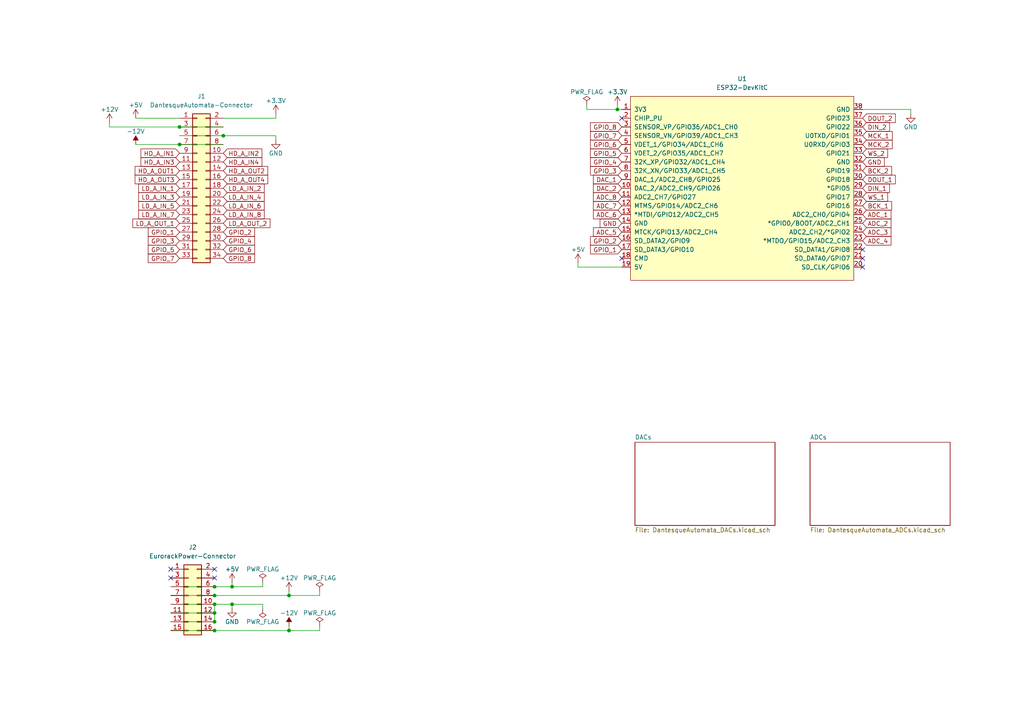
<source format=kicad_sch>
(kicad_sch (version 20211123) (generator eeschema)

  (uuid 9a9d7c47-1a63-4a5b-a291-d2fe49124252)

  (paper "A4")

  (lib_symbols
    (symbol "Connector_Generic:Conn_02x08_Odd_Even" (pin_names (offset 1.016) hide) (in_bom yes) (on_board yes)
      (property "Reference" "J" (id 0) (at 1.27 10.16 0)
        (effects (font (size 1.27 1.27)))
      )
      (property "Value" "Conn_02x08_Odd_Even" (id 1) (at 1.27 -12.7 0)
        (effects (font (size 1.27 1.27)))
      )
      (property "Footprint" "" (id 2) (at 0 0 0)
        (effects (font (size 1.27 1.27)) hide)
      )
      (property "Datasheet" "~" (id 3) (at 0 0 0)
        (effects (font (size 1.27 1.27)) hide)
      )
      (property "ki_keywords" "connector" (id 4) (at 0 0 0)
        (effects (font (size 1.27 1.27)) hide)
      )
      (property "ki_description" "Generic connector, double row, 02x08, odd/even pin numbering scheme (row 1 odd numbers, row 2 even numbers), script generated (kicad-library-utils/schlib/autogen/connector/)" (id 5) (at 0 0 0)
        (effects (font (size 1.27 1.27)) hide)
      )
      (property "ki_fp_filters" "Connector*:*_2x??_*" (id 6) (at 0 0 0)
        (effects (font (size 1.27 1.27)) hide)
      )
      (symbol "Conn_02x08_Odd_Even_1_1"
        (rectangle (start -1.27 -10.033) (end 0 -10.287)
          (stroke (width 0.1524) (type default) (color 0 0 0 0))
          (fill (type none))
        )
        (rectangle (start -1.27 -7.493) (end 0 -7.747)
          (stroke (width 0.1524) (type default) (color 0 0 0 0))
          (fill (type none))
        )
        (rectangle (start -1.27 -4.953) (end 0 -5.207)
          (stroke (width 0.1524) (type default) (color 0 0 0 0))
          (fill (type none))
        )
        (rectangle (start -1.27 -2.413) (end 0 -2.667)
          (stroke (width 0.1524) (type default) (color 0 0 0 0))
          (fill (type none))
        )
        (rectangle (start -1.27 0.127) (end 0 -0.127)
          (stroke (width 0.1524) (type default) (color 0 0 0 0))
          (fill (type none))
        )
        (rectangle (start -1.27 2.667) (end 0 2.413)
          (stroke (width 0.1524) (type default) (color 0 0 0 0))
          (fill (type none))
        )
        (rectangle (start -1.27 5.207) (end 0 4.953)
          (stroke (width 0.1524) (type default) (color 0 0 0 0))
          (fill (type none))
        )
        (rectangle (start -1.27 7.747) (end 0 7.493)
          (stroke (width 0.1524) (type default) (color 0 0 0 0))
          (fill (type none))
        )
        (rectangle (start -1.27 8.89) (end 3.81 -11.43)
          (stroke (width 0.254) (type default) (color 0 0 0 0))
          (fill (type background))
        )
        (rectangle (start 3.81 -10.033) (end 2.54 -10.287)
          (stroke (width 0.1524) (type default) (color 0 0 0 0))
          (fill (type none))
        )
        (rectangle (start 3.81 -7.493) (end 2.54 -7.747)
          (stroke (width 0.1524) (type default) (color 0 0 0 0))
          (fill (type none))
        )
        (rectangle (start 3.81 -4.953) (end 2.54 -5.207)
          (stroke (width 0.1524) (type default) (color 0 0 0 0))
          (fill (type none))
        )
        (rectangle (start 3.81 -2.413) (end 2.54 -2.667)
          (stroke (width 0.1524) (type default) (color 0 0 0 0))
          (fill (type none))
        )
        (rectangle (start 3.81 0.127) (end 2.54 -0.127)
          (stroke (width 0.1524) (type default) (color 0 0 0 0))
          (fill (type none))
        )
        (rectangle (start 3.81 2.667) (end 2.54 2.413)
          (stroke (width 0.1524) (type default) (color 0 0 0 0))
          (fill (type none))
        )
        (rectangle (start 3.81 5.207) (end 2.54 4.953)
          (stroke (width 0.1524) (type default) (color 0 0 0 0))
          (fill (type none))
        )
        (rectangle (start 3.81 7.747) (end 2.54 7.493)
          (stroke (width 0.1524) (type default) (color 0 0 0 0))
          (fill (type none))
        )
        (pin passive line (at -5.08 7.62 0) (length 3.81)
          (name "Pin_1" (effects (font (size 1.27 1.27))))
          (number "1" (effects (font (size 1.27 1.27))))
        )
        (pin passive line (at 7.62 -2.54 180) (length 3.81)
          (name "Pin_10" (effects (font (size 1.27 1.27))))
          (number "10" (effects (font (size 1.27 1.27))))
        )
        (pin passive line (at -5.08 -5.08 0) (length 3.81)
          (name "Pin_11" (effects (font (size 1.27 1.27))))
          (number "11" (effects (font (size 1.27 1.27))))
        )
        (pin passive line (at 7.62 -5.08 180) (length 3.81)
          (name "Pin_12" (effects (font (size 1.27 1.27))))
          (number "12" (effects (font (size 1.27 1.27))))
        )
        (pin passive line (at -5.08 -7.62 0) (length 3.81)
          (name "Pin_13" (effects (font (size 1.27 1.27))))
          (number "13" (effects (font (size 1.27 1.27))))
        )
        (pin passive line (at 7.62 -7.62 180) (length 3.81)
          (name "Pin_14" (effects (font (size 1.27 1.27))))
          (number "14" (effects (font (size 1.27 1.27))))
        )
        (pin passive line (at -5.08 -10.16 0) (length 3.81)
          (name "Pin_15" (effects (font (size 1.27 1.27))))
          (number "15" (effects (font (size 1.27 1.27))))
        )
        (pin passive line (at 7.62 -10.16 180) (length 3.81)
          (name "Pin_16" (effects (font (size 1.27 1.27))))
          (number "16" (effects (font (size 1.27 1.27))))
        )
        (pin passive line (at 7.62 7.62 180) (length 3.81)
          (name "Pin_2" (effects (font (size 1.27 1.27))))
          (number "2" (effects (font (size 1.27 1.27))))
        )
        (pin passive line (at -5.08 5.08 0) (length 3.81)
          (name "Pin_3" (effects (font (size 1.27 1.27))))
          (number "3" (effects (font (size 1.27 1.27))))
        )
        (pin passive line (at 7.62 5.08 180) (length 3.81)
          (name "Pin_4" (effects (font (size 1.27 1.27))))
          (number "4" (effects (font (size 1.27 1.27))))
        )
        (pin passive line (at -5.08 2.54 0) (length 3.81)
          (name "Pin_5" (effects (font (size 1.27 1.27))))
          (number "5" (effects (font (size 1.27 1.27))))
        )
        (pin passive line (at 7.62 2.54 180) (length 3.81)
          (name "Pin_6" (effects (font (size 1.27 1.27))))
          (number "6" (effects (font (size 1.27 1.27))))
        )
        (pin passive line (at -5.08 0 0) (length 3.81)
          (name "Pin_7" (effects (font (size 1.27 1.27))))
          (number "7" (effects (font (size 1.27 1.27))))
        )
        (pin passive line (at 7.62 0 180) (length 3.81)
          (name "Pin_8" (effects (font (size 1.27 1.27))))
          (number "8" (effects (font (size 1.27 1.27))))
        )
        (pin passive line (at -5.08 -2.54 0) (length 3.81)
          (name "Pin_9" (effects (font (size 1.27 1.27))))
          (number "9" (effects (font (size 1.27 1.27))))
        )
      )
    )
    (symbol "Connector_Generic:Conn_02x17_Odd_Even" (pin_names (offset 1.016) hide) (in_bom yes) (on_board yes)
      (property "Reference" "J" (id 0) (at 1.27 22.86 0)
        (effects (font (size 1.27 1.27)))
      )
      (property "Value" "Conn_02x17_Odd_Even" (id 1) (at 1.27 -22.86 0)
        (effects (font (size 1.27 1.27)))
      )
      (property "Footprint" "" (id 2) (at 0 0 0)
        (effects (font (size 1.27 1.27)) hide)
      )
      (property "Datasheet" "~" (id 3) (at 0 0 0)
        (effects (font (size 1.27 1.27)) hide)
      )
      (property "ki_keywords" "connector" (id 4) (at 0 0 0)
        (effects (font (size 1.27 1.27)) hide)
      )
      (property "ki_description" "Generic connector, double row, 02x17, odd/even pin numbering scheme (row 1 odd numbers, row 2 even numbers), script generated (kicad-library-utils/schlib/autogen/connector/)" (id 5) (at 0 0 0)
        (effects (font (size 1.27 1.27)) hide)
      )
      (property "ki_fp_filters" "Connector*:*_2x??_*" (id 6) (at 0 0 0)
        (effects (font (size 1.27 1.27)) hide)
      )
      (symbol "Conn_02x17_Odd_Even_1_1"
        (rectangle (start -1.27 -20.193) (end 0 -20.447)
          (stroke (width 0.1524) (type default) (color 0 0 0 0))
          (fill (type none))
        )
        (rectangle (start -1.27 -17.653) (end 0 -17.907)
          (stroke (width 0.1524) (type default) (color 0 0 0 0))
          (fill (type none))
        )
        (rectangle (start -1.27 -15.113) (end 0 -15.367)
          (stroke (width 0.1524) (type default) (color 0 0 0 0))
          (fill (type none))
        )
        (rectangle (start -1.27 -12.573) (end 0 -12.827)
          (stroke (width 0.1524) (type default) (color 0 0 0 0))
          (fill (type none))
        )
        (rectangle (start -1.27 -10.033) (end 0 -10.287)
          (stroke (width 0.1524) (type default) (color 0 0 0 0))
          (fill (type none))
        )
        (rectangle (start -1.27 -7.493) (end 0 -7.747)
          (stroke (width 0.1524) (type default) (color 0 0 0 0))
          (fill (type none))
        )
        (rectangle (start -1.27 -4.953) (end 0 -5.207)
          (stroke (width 0.1524) (type default) (color 0 0 0 0))
          (fill (type none))
        )
        (rectangle (start -1.27 -2.413) (end 0 -2.667)
          (stroke (width 0.1524) (type default) (color 0 0 0 0))
          (fill (type none))
        )
        (rectangle (start -1.27 0.127) (end 0 -0.127)
          (stroke (width 0.1524) (type default) (color 0 0 0 0))
          (fill (type none))
        )
        (rectangle (start -1.27 2.667) (end 0 2.413)
          (stroke (width 0.1524) (type default) (color 0 0 0 0))
          (fill (type none))
        )
        (rectangle (start -1.27 5.207) (end 0 4.953)
          (stroke (width 0.1524) (type default) (color 0 0 0 0))
          (fill (type none))
        )
        (rectangle (start -1.27 7.747) (end 0 7.493)
          (stroke (width 0.1524) (type default) (color 0 0 0 0))
          (fill (type none))
        )
        (rectangle (start -1.27 10.287) (end 0 10.033)
          (stroke (width 0.1524) (type default) (color 0 0 0 0))
          (fill (type none))
        )
        (rectangle (start -1.27 12.827) (end 0 12.573)
          (stroke (width 0.1524) (type default) (color 0 0 0 0))
          (fill (type none))
        )
        (rectangle (start -1.27 15.367) (end 0 15.113)
          (stroke (width 0.1524) (type default) (color 0 0 0 0))
          (fill (type none))
        )
        (rectangle (start -1.27 17.907) (end 0 17.653)
          (stroke (width 0.1524) (type default) (color 0 0 0 0))
          (fill (type none))
        )
        (rectangle (start -1.27 20.447) (end 0 20.193)
          (stroke (width 0.1524) (type default) (color 0 0 0 0))
          (fill (type none))
        )
        (rectangle (start -1.27 21.59) (end 3.81 -21.59)
          (stroke (width 0.254) (type default) (color 0 0 0 0))
          (fill (type background))
        )
        (rectangle (start 3.81 -20.193) (end 2.54 -20.447)
          (stroke (width 0.1524) (type default) (color 0 0 0 0))
          (fill (type none))
        )
        (rectangle (start 3.81 -17.653) (end 2.54 -17.907)
          (stroke (width 0.1524) (type default) (color 0 0 0 0))
          (fill (type none))
        )
        (rectangle (start 3.81 -15.113) (end 2.54 -15.367)
          (stroke (width 0.1524) (type default) (color 0 0 0 0))
          (fill (type none))
        )
        (rectangle (start 3.81 -12.573) (end 2.54 -12.827)
          (stroke (width 0.1524) (type default) (color 0 0 0 0))
          (fill (type none))
        )
        (rectangle (start 3.81 -10.033) (end 2.54 -10.287)
          (stroke (width 0.1524) (type default) (color 0 0 0 0))
          (fill (type none))
        )
        (rectangle (start 3.81 -7.493) (end 2.54 -7.747)
          (stroke (width 0.1524) (type default) (color 0 0 0 0))
          (fill (type none))
        )
        (rectangle (start 3.81 -4.953) (end 2.54 -5.207)
          (stroke (width 0.1524) (type default) (color 0 0 0 0))
          (fill (type none))
        )
        (rectangle (start 3.81 -2.413) (end 2.54 -2.667)
          (stroke (width 0.1524) (type default) (color 0 0 0 0))
          (fill (type none))
        )
        (rectangle (start 3.81 0.127) (end 2.54 -0.127)
          (stroke (width 0.1524) (type default) (color 0 0 0 0))
          (fill (type none))
        )
        (rectangle (start 3.81 2.667) (end 2.54 2.413)
          (stroke (width 0.1524) (type default) (color 0 0 0 0))
          (fill (type none))
        )
        (rectangle (start 3.81 5.207) (end 2.54 4.953)
          (stroke (width 0.1524) (type default) (color 0 0 0 0))
          (fill (type none))
        )
        (rectangle (start 3.81 7.747) (end 2.54 7.493)
          (stroke (width 0.1524) (type default) (color 0 0 0 0))
          (fill (type none))
        )
        (rectangle (start 3.81 10.287) (end 2.54 10.033)
          (stroke (width 0.1524) (type default) (color 0 0 0 0))
          (fill (type none))
        )
        (rectangle (start 3.81 12.827) (end 2.54 12.573)
          (stroke (width 0.1524) (type default) (color 0 0 0 0))
          (fill (type none))
        )
        (rectangle (start 3.81 15.367) (end 2.54 15.113)
          (stroke (width 0.1524) (type default) (color 0 0 0 0))
          (fill (type none))
        )
        (rectangle (start 3.81 17.907) (end 2.54 17.653)
          (stroke (width 0.1524) (type default) (color 0 0 0 0))
          (fill (type none))
        )
        (rectangle (start 3.81 20.447) (end 2.54 20.193)
          (stroke (width 0.1524) (type default) (color 0 0 0 0))
          (fill (type none))
        )
        (pin passive line (at -5.08 20.32 0) (length 3.81)
          (name "Pin_1" (effects (font (size 1.27 1.27))))
          (number "1" (effects (font (size 1.27 1.27))))
        )
        (pin passive line (at 7.62 10.16 180) (length 3.81)
          (name "Pin_10" (effects (font (size 1.27 1.27))))
          (number "10" (effects (font (size 1.27 1.27))))
        )
        (pin passive line (at -5.08 7.62 0) (length 3.81)
          (name "Pin_11" (effects (font (size 1.27 1.27))))
          (number "11" (effects (font (size 1.27 1.27))))
        )
        (pin passive line (at 7.62 7.62 180) (length 3.81)
          (name "Pin_12" (effects (font (size 1.27 1.27))))
          (number "12" (effects (font (size 1.27 1.27))))
        )
        (pin passive line (at -5.08 5.08 0) (length 3.81)
          (name "Pin_13" (effects (font (size 1.27 1.27))))
          (number "13" (effects (font (size 1.27 1.27))))
        )
        (pin passive line (at 7.62 5.08 180) (length 3.81)
          (name "Pin_14" (effects (font (size 1.27 1.27))))
          (number "14" (effects (font (size 1.27 1.27))))
        )
        (pin passive line (at -5.08 2.54 0) (length 3.81)
          (name "Pin_15" (effects (font (size 1.27 1.27))))
          (number "15" (effects (font (size 1.27 1.27))))
        )
        (pin passive line (at 7.62 2.54 180) (length 3.81)
          (name "Pin_16" (effects (font (size 1.27 1.27))))
          (number "16" (effects (font (size 1.27 1.27))))
        )
        (pin passive line (at -5.08 0 0) (length 3.81)
          (name "Pin_17" (effects (font (size 1.27 1.27))))
          (number "17" (effects (font (size 1.27 1.27))))
        )
        (pin passive line (at 7.62 0 180) (length 3.81)
          (name "Pin_18" (effects (font (size 1.27 1.27))))
          (number "18" (effects (font (size 1.27 1.27))))
        )
        (pin passive line (at -5.08 -2.54 0) (length 3.81)
          (name "Pin_19" (effects (font (size 1.27 1.27))))
          (number "19" (effects (font (size 1.27 1.27))))
        )
        (pin passive line (at 7.62 20.32 180) (length 3.81)
          (name "Pin_2" (effects (font (size 1.27 1.27))))
          (number "2" (effects (font (size 1.27 1.27))))
        )
        (pin passive line (at 7.62 -2.54 180) (length 3.81)
          (name "Pin_20" (effects (font (size 1.27 1.27))))
          (number "20" (effects (font (size 1.27 1.27))))
        )
        (pin passive line (at -5.08 -5.08 0) (length 3.81)
          (name "Pin_21" (effects (font (size 1.27 1.27))))
          (number "21" (effects (font (size 1.27 1.27))))
        )
        (pin passive line (at 7.62 -5.08 180) (length 3.81)
          (name "Pin_22" (effects (font (size 1.27 1.27))))
          (number "22" (effects (font (size 1.27 1.27))))
        )
        (pin passive line (at -5.08 -7.62 0) (length 3.81)
          (name "Pin_23" (effects (font (size 1.27 1.27))))
          (number "23" (effects (font (size 1.27 1.27))))
        )
        (pin passive line (at 7.62 -7.62 180) (length 3.81)
          (name "Pin_24" (effects (font (size 1.27 1.27))))
          (number "24" (effects (font (size 1.27 1.27))))
        )
        (pin passive line (at -5.08 -10.16 0) (length 3.81)
          (name "Pin_25" (effects (font (size 1.27 1.27))))
          (number "25" (effects (font (size 1.27 1.27))))
        )
        (pin passive line (at 7.62 -10.16 180) (length 3.81)
          (name "Pin_26" (effects (font (size 1.27 1.27))))
          (number "26" (effects (font (size 1.27 1.27))))
        )
        (pin passive line (at -5.08 -12.7 0) (length 3.81)
          (name "Pin_27" (effects (font (size 1.27 1.27))))
          (number "27" (effects (font (size 1.27 1.27))))
        )
        (pin passive line (at 7.62 -12.7 180) (length 3.81)
          (name "Pin_28" (effects (font (size 1.27 1.27))))
          (number "28" (effects (font (size 1.27 1.27))))
        )
        (pin passive line (at -5.08 -15.24 0) (length 3.81)
          (name "Pin_29" (effects (font (size 1.27 1.27))))
          (number "29" (effects (font (size 1.27 1.27))))
        )
        (pin passive line (at -5.08 17.78 0) (length 3.81)
          (name "Pin_3" (effects (font (size 1.27 1.27))))
          (number "3" (effects (font (size 1.27 1.27))))
        )
        (pin passive line (at 7.62 -15.24 180) (length 3.81)
          (name "Pin_30" (effects (font (size 1.27 1.27))))
          (number "30" (effects (font (size 1.27 1.27))))
        )
        (pin passive line (at -5.08 -17.78 0) (length 3.81)
          (name "Pin_31" (effects (font (size 1.27 1.27))))
          (number "31" (effects (font (size 1.27 1.27))))
        )
        (pin passive line (at 7.62 -17.78 180) (length 3.81)
          (name "Pin_32" (effects (font (size 1.27 1.27))))
          (number "32" (effects (font (size 1.27 1.27))))
        )
        (pin passive line (at -5.08 -20.32 0) (length 3.81)
          (name "Pin_33" (effects (font (size 1.27 1.27))))
          (number "33" (effects (font (size 1.27 1.27))))
        )
        (pin passive line (at 7.62 -20.32 180) (length 3.81)
          (name "Pin_34" (effects (font (size 1.27 1.27))))
          (number "34" (effects (font (size 1.27 1.27))))
        )
        (pin passive line (at 7.62 17.78 180) (length 3.81)
          (name "Pin_4" (effects (font (size 1.27 1.27))))
          (number "4" (effects (font (size 1.27 1.27))))
        )
        (pin passive line (at -5.08 15.24 0) (length 3.81)
          (name "Pin_5" (effects (font (size 1.27 1.27))))
          (number "5" (effects (font (size 1.27 1.27))))
        )
        (pin passive line (at 7.62 15.24 180) (length 3.81)
          (name "Pin_6" (effects (font (size 1.27 1.27))))
          (number "6" (effects (font (size 1.27 1.27))))
        )
        (pin passive line (at -5.08 12.7 0) (length 3.81)
          (name "Pin_7" (effects (font (size 1.27 1.27))))
          (number "7" (effects (font (size 1.27 1.27))))
        )
        (pin passive line (at 7.62 12.7 180) (length 3.81)
          (name "Pin_8" (effects (font (size 1.27 1.27))))
          (number "8" (effects (font (size 1.27 1.27))))
        )
        (pin passive line (at -5.08 10.16 0) (length 3.81)
          (name "Pin_9" (effects (font (size 1.27 1.27))))
          (number "9" (effects (font (size 1.27 1.27))))
        )
      )
    )
    (symbol "Espressif:ESP32-DevKitC" (pin_names (offset 1.016)) (in_bom yes) (on_board yes)
      (property "Reference" "U" (id 0) (at -8.89 26.67 0)
        (effects (font (size 1.27 1.27)))
      )
      (property "Value" "ESP32-DevKitC" (id 1) (at 0 -29.21 0)
        (effects (font (size 1.27 1.27)))
      )
      (property "Footprint" "Espressif:ESP32-DevKitC" (id 2) (at 0 -31.75 0)
        (effects (font (size 1.27 1.27)) hide)
      )
      (property "Datasheet" "https://docs.espressif.com/projects/esp-idf/zh_CN/latest/esp32/hw-reference/esp32/get-started-devkitc.html" (id 3) (at 0 -34.29 0)
        (effects (font (size 1.27 1.27)) hide)
      )
      (property "ki_keywords" "ESP32" (id 4) (at 0 0 0)
        (effects (font (size 1.27 1.27)) hide)
      )
      (property "ki_description" "Development Kit" (id 5) (at 0 0 0)
        (effects (font (size 1.27 1.27)) hide)
      )
      (symbol "ESP32-DevKitC_0_0"
        (pin power_in line (at -33.02 -11.43 0) (length 2.54)
          (name "GND" (effects (font (size 1.27 1.27))))
          (number "14" (effects (font (size 1.27 1.27))))
        )
        (pin power_in line (at -33.02 -24.13 0) (length 2.54)
          (name "5V" (effects (font (size 1.27 1.27))))
          (number "19" (effects (font (size 1.27 1.27))))
        )
      )
      (symbol "ESP32-DevKitC_0_1"
        (rectangle (start -30.48 25.4) (end 34.29 -27.94)
          (stroke (width 0) (type default) (color 0 0 0 0))
          (fill (type background))
        )
      )
      (symbol "ESP32-DevKitC_1_1"
        (pin power_in line (at -33.02 21.59 0) (length 2.54)
          (name "3V3" (effects (font (size 1.27 1.27))))
          (number "1" (effects (font (size 1.27 1.27))))
        )
        (pin bidirectional line (at -33.02 -1.27 0) (length 2.54)
          (name "DAC_2/ADC2_CH9/GPIO26" (effects (font (size 1.27 1.27))))
          (number "10" (effects (font (size 1.27 1.27))))
        )
        (pin bidirectional line (at -33.02 -3.81 0) (length 2.54)
          (name "ADC2_CH7/GPIO27" (effects (font (size 1.27 1.27))))
          (number "11" (effects (font (size 1.27 1.27))))
        )
        (pin bidirectional line (at -33.02 -6.35 0) (length 2.54)
          (name "MTMS/GPIO14/ADC2_CH6" (effects (font (size 1.27 1.27))))
          (number "12" (effects (font (size 1.27 1.27))))
        )
        (pin bidirectional line (at -33.02 -8.89 0) (length 2.54)
          (name "*MTDI/GPIO12/ADC2_CH5" (effects (font (size 1.27 1.27))))
          (number "13" (effects (font (size 1.27 1.27))))
        )
        (pin bidirectional line (at -33.02 -13.97 0) (length 2.54)
          (name "MTCK/GPIO13/ADC2_CH4" (effects (font (size 1.27 1.27))))
          (number "15" (effects (font (size 1.27 1.27))))
        )
        (pin bidirectional line (at -33.02 -16.51 0) (length 2.54)
          (name "SD_DATA2/GPIO9" (effects (font (size 1.27 1.27))))
          (number "16" (effects (font (size 1.27 1.27))))
        )
        (pin bidirectional line (at -33.02 -19.05 0) (length 2.54)
          (name "SD_DATA3/GPIO10" (effects (font (size 1.27 1.27))))
          (number "17" (effects (font (size 1.27 1.27))))
        )
        (pin bidirectional line (at -33.02 -21.59 0) (length 2.54)
          (name "CMD" (effects (font (size 1.27 1.27))))
          (number "18" (effects (font (size 1.27 1.27))))
        )
        (pin input line (at -33.02 19.05 0) (length 2.54)
          (name "CHIP_PU" (effects (font (size 1.27 1.27))))
          (number "2" (effects (font (size 1.27 1.27))))
        )
        (pin bidirectional line (at 36.83 -24.13 180) (length 2.54)
          (name "SD_CLK/GPIO6" (effects (font (size 1.27 1.27))))
          (number "20" (effects (font (size 1.27 1.27))))
        )
        (pin bidirectional line (at 36.83 -21.59 180) (length 2.54)
          (name "SD_DATA0/GPIO7" (effects (font (size 1.27 1.27))))
          (number "21" (effects (font (size 1.27 1.27))))
        )
        (pin bidirectional line (at 36.83 -19.05 180) (length 2.54)
          (name "SD_DATA1/GPIO8" (effects (font (size 1.27 1.27))))
          (number "22" (effects (font (size 1.27 1.27))))
        )
        (pin bidirectional line (at 36.83 -16.51 180) (length 2.54)
          (name "*MTDO/GPIO15/ADC2_CH3" (effects (font (size 1.27 1.27))))
          (number "23" (effects (font (size 1.27 1.27))))
        )
        (pin bidirectional line (at 36.83 -13.97 180) (length 2.54)
          (name "ADC2_CH2/*GPIO2" (effects (font (size 1.27 1.27))))
          (number "24" (effects (font (size 1.27 1.27))))
        )
        (pin bidirectional line (at 36.83 -11.43 180) (length 2.54)
          (name "*GPIO0/BOOT/ADC2_CH1" (effects (font (size 1.27 1.27))))
          (number "25" (effects (font (size 1.27 1.27))))
        )
        (pin bidirectional line (at 36.83 -8.89 180) (length 2.54)
          (name "ADC2_CH0/GPIO4" (effects (font (size 1.27 1.27))))
          (number "26" (effects (font (size 1.27 1.27))))
        )
        (pin bidirectional line (at 36.83 -6.35 180) (length 2.54)
          (name "GPIO16" (effects (font (size 1.27 1.27))))
          (number "27" (effects (font (size 1.27 1.27))))
        )
        (pin bidirectional line (at 36.83 -3.81 180) (length 2.54)
          (name "GPIO17" (effects (font (size 1.27 1.27))))
          (number "28" (effects (font (size 1.27 1.27))))
        )
        (pin bidirectional line (at 36.83 -1.27 180) (length 2.54)
          (name "*GPIO5" (effects (font (size 1.27 1.27))))
          (number "29" (effects (font (size 1.27 1.27))))
        )
        (pin input line (at -33.02 16.51 0) (length 2.54)
          (name "SENSOR_VP/GPIO36/ADC1_CH0" (effects (font (size 1.27 1.27))))
          (number "3" (effects (font (size 1.27 1.27))))
        )
        (pin bidirectional line (at 36.83 1.27 180) (length 2.54)
          (name "GPIO18" (effects (font (size 1.27 1.27))))
          (number "30" (effects (font (size 1.27 1.27))))
        )
        (pin bidirectional line (at 36.83 3.81 180) (length 2.54)
          (name "GPIO19" (effects (font (size 1.27 1.27))))
          (number "31" (effects (font (size 1.27 1.27))))
        )
        (pin power_in line (at 36.83 6.35 180) (length 2.54)
          (name "GND" (effects (font (size 1.27 1.27))))
          (number "32" (effects (font (size 1.27 1.27))))
        )
        (pin bidirectional line (at 36.83 8.89 180) (length 2.54)
          (name "GPIO21" (effects (font (size 1.27 1.27))))
          (number "33" (effects (font (size 1.27 1.27))))
        )
        (pin bidirectional line (at 36.83 11.43 180) (length 2.54)
          (name "U0RXD/GPIO3" (effects (font (size 1.27 1.27))))
          (number "34" (effects (font (size 1.27 1.27))))
        )
        (pin bidirectional line (at 36.83 13.97 180) (length 2.54)
          (name "U0TXD/GPIO1" (effects (font (size 1.27 1.27))))
          (number "35" (effects (font (size 1.27 1.27))))
        )
        (pin bidirectional line (at 36.83 16.51 180) (length 2.54)
          (name "GPIO22" (effects (font (size 1.27 1.27))))
          (number "36" (effects (font (size 1.27 1.27))))
        )
        (pin bidirectional line (at 36.83 19.05 180) (length 2.54)
          (name "GPIO23" (effects (font (size 1.27 1.27))))
          (number "37" (effects (font (size 1.27 1.27))))
        )
        (pin power_in line (at 36.83 21.59 180) (length 2.54)
          (name "GND" (effects (font (size 1.27 1.27))))
          (number "38" (effects (font (size 1.27 1.27))))
        )
        (pin input line (at -33.02 13.97 0) (length 2.54)
          (name "SENSOR_VN/GPIO39/ADC1_CH3" (effects (font (size 1.27 1.27))))
          (number "4" (effects (font (size 1.27 1.27))))
        )
        (pin input line (at -33.02 11.43 0) (length 2.54)
          (name "VDET_1/GPIO34/ADC1_CH6" (effects (font (size 1.27 1.27))))
          (number "5" (effects (font (size 1.27 1.27))))
        )
        (pin input line (at -33.02 8.89 0) (length 2.54)
          (name "VDET_2/GPIO35/ADC1_CH7" (effects (font (size 1.27 1.27))))
          (number "6" (effects (font (size 1.27 1.27))))
        )
        (pin bidirectional line (at -33.02 6.35 0) (length 2.54)
          (name "32K_XP/GPIO32/ADC1_CH4" (effects (font (size 1.27 1.27))))
          (number "7" (effects (font (size 1.27 1.27))))
        )
        (pin bidirectional line (at -33.02 3.81 0) (length 2.54)
          (name "32K_XN/GPIO33/ADC1_CH5" (effects (font (size 1.27 1.27))))
          (number "8" (effects (font (size 1.27 1.27))))
        )
        (pin bidirectional line (at -33.02 1.27 0) (length 2.54)
          (name "DAC_1/ADC2_CH8/GPIO25" (effects (font (size 1.27 1.27))))
          (number "9" (effects (font (size 1.27 1.27))))
        )
      )
    )
    (symbol "power:+12V" (power) (pin_names (offset 0)) (in_bom yes) (on_board yes)
      (property "Reference" "#PWR" (id 0) (at 0 -3.81 0)
        (effects (font (size 1.27 1.27)) hide)
      )
      (property "Value" "+12V" (id 1) (at 0 3.556 0)
        (effects (font (size 1.27 1.27)))
      )
      (property "Footprint" "" (id 2) (at 0 0 0)
        (effects (font (size 1.27 1.27)) hide)
      )
      (property "Datasheet" "" (id 3) (at 0 0 0)
        (effects (font (size 1.27 1.27)) hide)
      )
      (property "ki_keywords" "power-flag" (id 4) (at 0 0 0)
        (effects (font (size 1.27 1.27)) hide)
      )
      (property "ki_description" "Power symbol creates a global label with name \"+12V\"" (id 5) (at 0 0 0)
        (effects (font (size 1.27 1.27)) hide)
      )
      (symbol "+12V_0_1"
        (polyline
          (pts
            (xy -0.762 1.27)
            (xy 0 2.54)
          )
          (stroke (width 0) (type default) (color 0 0 0 0))
          (fill (type none))
        )
        (polyline
          (pts
            (xy 0 0)
            (xy 0 2.54)
          )
          (stroke (width 0) (type default) (color 0 0 0 0))
          (fill (type none))
        )
        (polyline
          (pts
            (xy 0 2.54)
            (xy 0.762 1.27)
          )
          (stroke (width 0) (type default) (color 0 0 0 0))
          (fill (type none))
        )
      )
      (symbol "+12V_1_1"
        (pin power_in line (at 0 0 90) (length 0) hide
          (name "+12V" (effects (font (size 1.27 1.27))))
          (number "1" (effects (font (size 1.27 1.27))))
        )
      )
    )
    (symbol "power:+3.3V" (power) (pin_names (offset 0)) (in_bom yes) (on_board yes)
      (property "Reference" "#PWR" (id 0) (at 0 -3.81 0)
        (effects (font (size 1.27 1.27)) hide)
      )
      (property "Value" "+3.3V" (id 1) (at 0 3.556 0)
        (effects (font (size 1.27 1.27)))
      )
      (property "Footprint" "" (id 2) (at 0 0 0)
        (effects (font (size 1.27 1.27)) hide)
      )
      (property "Datasheet" "" (id 3) (at 0 0 0)
        (effects (font (size 1.27 1.27)) hide)
      )
      (property "ki_keywords" "power-flag" (id 4) (at 0 0 0)
        (effects (font (size 1.27 1.27)) hide)
      )
      (property "ki_description" "Power symbol creates a global label with name \"+3.3V\"" (id 5) (at 0 0 0)
        (effects (font (size 1.27 1.27)) hide)
      )
      (symbol "+3.3V_0_1"
        (polyline
          (pts
            (xy -0.762 1.27)
            (xy 0 2.54)
          )
          (stroke (width 0) (type default) (color 0 0 0 0))
          (fill (type none))
        )
        (polyline
          (pts
            (xy 0 0)
            (xy 0 2.54)
          )
          (stroke (width 0) (type default) (color 0 0 0 0))
          (fill (type none))
        )
        (polyline
          (pts
            (xy 0 2.54)
            (xy 0.762 1.27)
          )
          (stroke (width 0) (type default) (color 0 0 0 0))
          (fill (type none))
        )
      )
      (symbol "+3.3V_1_1"
        (pin power_in line (at 0 0 90) (length 0) hide
          (name "+3.3V" (effects (font (size 1.27 1.27))))
          (number "1" (effects (font (size 1.27 1.27))))
        )
      )
    )
    (symbol "power:+5V" (power) (pin_names (offset 0)) (in_bom yes) (on_board yes)
      (property "Reference" "#PWR" (id 0) (at 0 -3.81 0)
        (effects (font (size 1.27 1.27)) hide)
      )
      (property "Value" "+5V" (id 1) (at 0 3.556 0)
        (effects (font (size 1.27 1.27)))
      )
      (property "Footprint" "" (id 2) (at 0 0 0)
        (effects (font (size 1.27 1.27)) hide)
      )
      (property "Datasheet" "" (id 3) (at 0 0 0)
        (effects (font (size 1.27 1.27)) hide)
      )
      (property "ki_keywords" "power-flag" (id 4) (at 0 0 0)
        (effects (font (size 1.27 1.27)) hide)
      )
      (property "ki_description" "Power symbol creates a global label with name \"+5V\"" (id 5) (at 0 0 0)
        (effects (font (size 1.27 1.27)) hide)
      )
      (symbol "+5V_0_1"
        (polyline
          (pts
            (xy -0.762 1.27)
            (xy 0 2.54)
          )
          (stroke (width 0) (type default) (color 0 0 0 0))
          (fill (type none))
        )
        (polyline
          (pts
            (xy 0 0)
            (xy 0 2.54)
          )
          (stroke (width 0) (type default) (color 0 0 0 0))
          (fill (type none))
        )
        (polyline
          (pts
            (xy 0 2.54)
            (xy 0.762 1.27)
          )
          (stroke (width 0) (type default) (color 0 0 0 0))
          (fill (type none))
        )
      )
      (symbol "+5V_1_1"
        (pin power_in line (at 0 0 90) (length 0) hide
          (name "+5V" (effects (font (size 1.27 1.27))))
          (number "1" (effects (font (size 1.27 1.27))))
        )
      )
    )
    (symbol "power:-12V" (power) (pin_names (offset 0)) (in_bom yes) (on_board yes)
      (property "Reference" "#PWR" (id 0) (at 0 2.54 0)
        (effects (font (size 1.27 1.27)) hide)
      )
      (property "Value" "-12V" (id 1) (at 0 3.81 0)
        (effects (font (size 1.27 1.27)))
      )
      (property "Footprint" "" (id 2) (at 0 0 0)
        (effects (font (size 1.27 1.27)) hide)
      )
      (property "Datasheet" "" (id 3) (at 0 0 0)
        (effects (font (size 1.27 1.27)) hide)
      )
      (property "ki_keywords" "power-flag" (id 4) (at 0 0 0)
        (effects (font (size 1.27 1.27)) hide)
      )
      (property "ki_description" "Power symbol creates a global label with name \"-12V\"" (id 5) (at 0 0 0)
        (effects (font (size 1.27 1.27)) hide)
      )
      (symbol "-12V_0_0"
        (pin power_in line (at 0 0 90) (length 0) hide
          (name "-12V" (effects (font (size 1.27 1.27))))
          (number "1" (effects (font (size 1.27 1.27))))
        )
      )
      (symbol "-12V_0_1"
        (polyline
          (pts
            (xy 0 0)
            (xy 0 1.27)
            (xy 0.762 1.27)
            (xy 0 2.54)
            (xy -0.762 1.27)
            (xy 0 1.27)
          )
          (stroke (width 0) (type default) (color 0 0 0 0))
          (fill (type outline))
        )
      )
    )
    (symbol "power:GND" (power) (pin_names (offset 0)) (in_bom yes) (on_board yes)
      (property "Reference" "#PWR" (id 0) (at 0 -6.35 0)
        (effects (font (size 1.27 1.27)) hide)
      )
      (property "Value" "GND" (id 1) (at 0 -3.81 0)
        (effects (font (size 1.27 1.27)))
      )
      (property "Footprint" "" (id 2) (at 0 0 0)
        (effects (font (size 1.27 1.27)) hide)
      )
      (property "Datasheet" "" (id 3) (at 0 0 0)
        (effects (font (size 1.27 1.27)) hide)
      )
      (property "ki_keywords" "power-flag" (id 4) (at 0 0 0)
        (effects (font (size 1.27 1.27)) hide)
      )
      (property "ki_description" "Power symbol creates a global label with name \"GND\" , ground" (id 5) (at 0 0 0)
        (effects (font (size 1.27 1.27)) hide)
      )
      (symbol "GND_0_1"
        (polyline
          (pts
            (xy 0 0)
            (xy 0 -1.27)
            (xy 1.27 -1.27)
            (xy 0 -2.54)
            (xy -1.27 -1.27)
            (xy 0 -1.27)
          )
          (stroke (width 0) (type default) (color 0 0 0 0))
          (fill (type none))
        )
      )
      (symbol "GND_1_1"
        (pin power_in line (at 0 0 270) (length 0) hide
          (name "GND" (effects (font (size 1.27 1.27))))
          (number "1" (effects (font (size 1.27 1.27))))
        )
      )
    )
    (symbol "power:PWR_FLAG" (power) (pin_numbers hide) (pin_names (offset 0) hide) (in_bom yes) (on_board yes)
      (property "Reference" "#FLG" (id 0) (at 0 1.905 0)
        (effects (font (size 1.27 1.27)) hide)
      )
      (property "Value" "PWR_FLAG" (id 1) (at 0 3.81 0)
        (effects (font (size 1.27 1.27)))
      )
      (property "Footprint" "" (id 2) (at 0 0 0)
        (effects (font (size 1.27 1.27)) hide)
      )
      (property "Datasheet" "~" (id 3) (at 0 0 0)
        (effects (font (size 1.27 1.27)) hide)
      )
      (property "ki_keywords" "power-flag" (id 4) (at 0 0 0)
        (effects (font (size 1.27 1.27)) hide)
      )
      (property "ki_description" "Special symbol for telling ERC where power comes from" (id 5) (at 0 0 0)
        (effects (font (size 1.27 1.27)) hide)
      )
      (symbol "PWR_FLAG_0_0"
        (pin power_out line (at 0 0 90) (length 0)
          (name "pwr" (effects (font (size 1.27 1.27))))
          (number "1" (effects (font (size 1.27 1.27))))
        )
      )
      (symbol "PWR_FLAG_0_1"
        (polyline
          (pts
            (xy 0 0)
            (xy 0 1.27)
            (xy -1.016 1.905)
            (xy 0 2.54)
            (xy 1.016 1.905)
            (xy 0 1.27)
          )
          (stroke (width 0) (type default) (color 0 0 0 0))
          (fill (type none))
        )
      )
    )
  )

  (junction (at 67.31 175.26) (diameter 0) (color 0 0 0 0)
    (uuid 2be175d0-9b9a-491c-8074-663e98236923)
  )
  (junction (at 62.23 180.34) (diameter 0) (color 0 0 0 0)
    (uuid 333c8b1a-fca9-4126-8199-14e7a7fa3594)
  )
  (junction (at 83.82 172.72) (diameter 0) (color 0 0 0 0)
    (uuid 4f63eca9-f5f2-4967-bd50-39b2db83d84f)
  )
  (junction (at 62.23 182.88) (diameter 0) (color 0 0 0 0)
    (uuid 681f243a-bc2d-4452-91b9-d4b6a37d05c8)
  )
  (junction (at 179.07 31.75) (diameter 0) (color 0 0 0 0)
    (uuid 6e22e6ba-3806-4dd4-9bf2-cab672a10401)
  )
  (junction (at 62.23 175.26) (diameter 0) (color 0 0 0 0)
    (uuid 82c6cd81-39f0-452f-8a0e-541e80b97f98)
  )
  (junction (at 83.82 182.88) (diameter 0) (color 0 0 0 0)
    (uuid 8c31f756-ca2e-4de8-9ca5-5254362b9b7e)
  )
  (junction (at 52.07 41.91) (diameter 0) (color 0 0 0 0)
    (uuid 91bb1a2a-ec93-4695-9aa9-8d0bccd5fe23)
  )
  (junction (at 62.23 177.8) (diameter 0) (color 0 0 0 0)
    (uuid a816aed1-7bf3-4df9-a685-377c0286b9a6)
  )
  (junction (at 67.31 170.18) (diameter 0) (color 0 0 0 0)
    (uuid ae132a49-02a3-4e42-9ae2-12fb15e12bfc)
  )
  (junction (at 52.07 36.83) (diameter 0) (color 0 0 0 0)
    (uuid d63adb43-f264-454d-b081-0fd7d3f15b70)
  )
  (junction (at 64.77 39.37) (diameter 0) (color 0 0 0 0)
    (uuid e3ad5c94-f850-43f8-b3b5-2eab12977af2)
  )
  (junction (at 62.23 172.72) (diameter 0) (color 0 0 0 0)
    (uuid ed95ffd2-78da-4d11-9360-900c07e49031)
  )
  (junction (at 62.23 170.18) (diameter 0) (color 0 0 0 0)
    (uuid fdea737f-8fe8-468f-8231-04d240e710b2)
  )

  (no_connect (at 62.23 167.64) (uuid c66d84c7-cd6f-4ed1-a35b-b9491c05998b))
  (no_connect (at 49.53 167.64) (uuid c66d84c7-cd6f-4ed1-a35b-b9491c05998c))
  (no_connect (at 49.53 165.1) (uuid c66d84c7-cd6f-4ed1-a35b-b9491c05998d))
  (no_connect (at 62.23 165.1) (uuid c66d84c7-cd6f-4ed1-a35b-b9491c05998e))
  (no_connect (at 180.34 34.29) (uuid f3aa1400-b2ff-4ef2-8558-9fa9d4326544))
  (no_connect (at 250.19 74.93) (uuid f3aa1400-b2ff-4ef2-8558-9fa9d4326545))
  (no_connect (at 180.34 74.93) (uuid f3aa1400-b2ff-4ef2-8558-9fa9d4326546))
  (no_connect (at 250.19 72.39) (uuid f3aa1400-b2ff-4ef2-8558-9fa9d4326547))
  (no_connect (at 250.19 77.47) (uuid f3aa1400-b2ff-4ef2-8558-9fa9d4326548))

  (wire (pts (xy 52.07 39.37) (xy 64.77 39.37))
    (stroke (width 0) (type default) (color 0 0 0 0))
    (uuid 05c4c9ce-37f8-4336-9888-69309e84e72d)
  )
  (wire (pts (xy 67.31 170.18) (xy 67.31 168.91))
    (stroke (width 0) (type default) (color 0 0 0 0))
    (uuid 1f413983-7804-4aee-8857-e5be74cdfaa1)
  )
  (wire (pts (xy 83.82 172.72) (xy 92.71 172.72))
    (stroke (width 0) (type default) (color 0 0 0 0))
    (uuid 2e067d49-8fb9-4eae-9855-4b62fe2bb44a)
  )
  (wire (pts (xy 264.16 31.75) (xy 264.16 33.02))
    (stroke (width 0) (type default) (color 0 0 0 0))
    (uuid 2f5ff2fa-a303-4a70-934a-9bb75c777ec2)
  )
  (wire (pts (xy 49.53 172.72) (xy 62.23 172.72))
    (stroke (width 0) (type default) (color 0 0 0 0))
    (uuid 35511fd5-3208-4528-84cc-eaab92b46f0a)
  )
  (wire (pts (xy 83.82 182.88) (xy 92.71 182.88))
    (stroke (width 0) (type default) (color 0 0 0 0))
    (uuid 39d0c937-6157-4e26-bf2e-17b5456a2c62)
  )
  (wire (pts (xy 67.31 175.26) (xy 67.31 176.53))
    (stroke (width 0) (type default) (color 0 0 0 0))
    (uuid 47178f6e-fdf6-408b-baa3-bccf0f752938)
  )
  (wire (pts (xy 83.82 182.88) (xy 83.82 181.61))
    (stroke (width 0) (type default) (color 0 0 0 0))
    (uuid 4ef07b2e-c230-462d-8f89-c5c35e14978e)
  )
  (wire (pts (xy 250.19 31.75) (xy 264.16 31.75))
    (stroke (width 0) (type default) (color 0 0 0 0))
    (uuid 5664dbd5-3f3a-4d9c-9f4f-1fa34f2cc106)
  )
  (wire (pts (xy 62.23 182.88) (xy 83.82 182.88))
    (stroke (width 0) (type default) (color 0 0 0 0))
    (uuid 56657f68-1dbe-404d-877f-191b919a6ef6)
  )
  (wire (pts (xy 179.07 31.75) (xy 179.07 30.48))
    (stroke (width 0) (type default) (color 0 0 0 0))
    (uuid 5900f13a-3e53-4129-9a31-660a85aa2162)
  )
  (wire (pts (xy 92.71 172.72) (xy 92.71 171.45))
    (stroke (width 0) (type default) (color 0 0 0 0))
    (uuid 647126eb-d30d-42ab-8867-97234160ff86)
  )
  (wire (pts (xy 76.2 170.18) (xy 76.2 168.91))
    (stroke (width 0) (type default) (color 0 0 0 0))
    (uuid 6d39970a-34db-4ddc-9b6b-bb143fd1454f)
  )
  (wire (pts (xy 179.07 31.75) (xy 180.34 31.75))
    (stroke (width 0) (type default) (color 0 0 0 0))
    (uuid 6e066506-7bc9-4115-b4ef-4a7d27916401)
  )
  (wire (pts (xy 39.37 41.91) (xy 52.07 41.91))
    (stroke (width 0) (type default) (color 0 0 0 0))
    (uuid 70ec8574-a95e-4826-ab38-b95b59bc5e33)
  )
  (wire (pts (xy 49.53 182.88) (xy 62.23 182.88))
    (stroke (width 0) (type default) (color 0 0 0 0))
    (uuid 7ee3ce56-c1e0-4119-adc1-13f5e8091cee)
  )
  (wire (pts (xy 52.07 41.91) (xy 64.77 41.91))
    (stroke (width 0) (type default) (color 0 0 0 0))
    (uuid 807e39de-0932-4906-89c6-c604225d3d6c)
  )
  (wire (pts (xy 49.53 170.18) (xy 62.23 170.18))
    (stroke (width 0) (type default) (color 0 0 0 0))
    (uuid 82165339-bd9b-4594-84e2-0c986323cb41)
  )
  (wire (pts (xy 92.71 182.88) (xy 92.71 181.61))
    (stroke (width 0) (type default) (color 0 0 0 0))
    (uuid 8259f18d-4eb6-463c-afac-f4cae45b4837)
  )
  (wire (pts (xy 64.77 39.37) (xy 80.01 39.37))
    (stroke (width 0) (type default) (color 0 0 0 0))
    (uuid 8b46dfad-7e60-4066-930b-a63aaef3f936)
  )
  (wire (pts (xy 49.53 175.26) (xy 62.23 175.26))
    (stroke (width 0) (type default) (color 0 0 0 0))
    (uuid 8d45db53-0d22-4b0a-a248-e872fe15aa6c)
  )
  (wire (pts (xy 62.23 177.8) (xy 62.23 180.34))
    (stroke (width 0) (type default) (color 0 0 0 0))
    (uuid 9ba13eaa-e553-4506-b28f-5de08bffdb9b)
  )
  (wire (pts (xy 62.23 172.72) (xy 83.82 172.72))
    (stroke (width 0) (type default) (color 0 0 0 0))
    (uuid 9bc7eec1-019d-445e-8298-99b1ffeae097)
  )
  (wire (pts (xy 179.07 31.75) (xy 170.18 31.75))
    (stroke (width 0) (type default) (color 0 0 0 0))
    (uuid 9bf12693-b021-426e-866e-e419a4add042)
  )
  (wire (pts (xy 64.77 34.29) (xy 80.01 34.29))
    (stroke (width 0) (type default) (color 0 0 0 0))
    (uuid 9c34e8bb-829c-4f86-9ef5-b32c6ee088f7)
  )
  (wire (pts (xy 83.82 172.72) (xy 83.82 171.45))
    (stroke (width 0) (type default) (color 0 0 0 0))
    (uuid 9f07f77f-1748-4d3b-bf77-b51b2a00da62)
  )
  (wire (pts (xy 80.01 34.29) (xy 80.01 33.02))
    (stroke (width 0) (type default) (color 0 0 0 0))
    (uuid 9f465780-ff02-4d03-b87c-690b65a1a5e7)
  )
  (wire (pts (xy 67.31 170.18) (xy 76.2 170.18))
    (stroke (width 0) (type default) (color 0 0 0 0))
    (uuid aa040bc5-26e7-4f44-9610-b4da37ee9598)
  )
  (wire (pts (xy 76.2 176.53) (xy 76.2 175.26))
    (stroke (width 0) (type default) (color 0 0 0 0))
    (uuid aad0e09a-b560-4096-98a2-fe3cdbec8d7a)
  )
  (wire (pts (xy 167.64 77.47) (xy 167.64 76.2))
    (stroke (width 0) (type default) (color 0 0 0 0))
    (uuid b53af9c2-fb4f-4b68-83d5-f9d69ec79145)
  )
  (wire (pts (xy 62.23 175.26) (xy 62.23 177.8))
    (stroke (width 0) (type default) (color 0 0 0 0))
    (uuid b6b9e0d7-90de-4d91-91b9-c95a0d593b1e)
  )
  (wire (pts (xy 39.37 34.29) (xy 52.07 34.29))
    (stroke (width 0) (type default) (color 0 0 0 0))
    (uuid b79f8831-5f71-416e-bf34-e78a5bf3a62a)
  )
  (wire (pts (xy 49.53 177.8) (xy 62.23 177.8))
    (stroke (width 0) (type default) (color 0 0 0 0))
    (uuid cdcfa4b5-aaeb-4b3a-8be9-13be4594a7b5)
  )
  (wire (pts (xy 167.64 77.47) (xy 180.34 77.47))
    (stroke (width 0) (type default) (color 0 0 0 0))
    (uuid d5e778c4-872e-4ce5-b9da-b21384df6a4e)
  )
  (wire (pts (xy 62.23 175.26) (xy 67.31 175.26))
    (stroke (width 0) (type default) (color 0 0 0 0))
    (uuid d6001b50-ee96-4559-8039-1ae588838dfe)
  )
  (wire (pts (xy 62.23 170.18) (xy 67.31 170.18))
    (stroke (width 0) (type default) (color 0 0 0 0))
    (uuid d7cb6e41-b4a3-402b-88e8-98cc85db7040)
  )
  (wire (pts (xy 170.18 30.48) (xy 170.18 31.75))
    (stroke (width 0) (type default) (color 0 0 0 0))
    (uuid dc8cc7a5-1d4d-4b77-ba30-a4283e51414b)
  )
  (wire (pts (xy 52.07 36.83) (xy 64.77 36.83))
    (stroke (width 0) (type default) (color 0 0 0 0))
    (uuid e4b74c46-4a5e-40fb-8911-8a9fdf3d2d1d)
  )
  (wire (pts (xy 31.75 36.83) (xy 52.07 36.83))
    (stroke (width 0) (type default) (color 0 0 0 0))
    (uuid e8917628-f858-4ff2-8d26-79911ead6f95)
  )
  (wire (pts (xy 67.31 175.26) (xy 76.2 175.26))
    (stroke (width 0) (type default) (color 0 0 0 0))
    (uuid ee08d5e7-1b84-456e-bb71-3e71658afe00)
  )
  (wire (pts (xy 49.53 180.34) (xy 62.23 180.34))
    (stroke (width 0) (type default) (color 0 0 0 0))
    (uuid ee488da0-80d7-43d7-b5d1-4b618b2e0328)
  )
  (wire (pts (xy 80.01 39.37) (xy 80.01 40.64))
    (stroke (width 0) (type default) (color 0 0 0 0))
    (uuid ef824535-7e19-4e80-8638-225e36202781)
  )
  (wire (pts (xy 31.75 36.83) (xy 31.75 35.56))
    (stroke (width 0) (type default) (color 0 0 0 0))
    (uuid f4107933-a602-4eef-9cb7-6f8d64f57e8b)
  )

  (global_label "LD_A_IN_1" (shape input) (at 52.07 54.61 180) (fields_autoplaced)
    (effects (font (size 1.27 1.27)) (justify right))
    (uuid 0177fcbd-dc63-46a7-91d3-472f6d224c1b)
    (property "Intersheet References" "${INTERSHEET_REFS}" (id 0) (at 40.2226 54.5306 0)
      (effects (font (size 1.27 1.27)) (justify right) hide)
    )
  )
  (global_label "GPIO_4" (shape input) (at 64.77 69.85 0) (fields_autoplaced)
    (effects (font (size 1.27 1.27)) (justify left))
    (uuid 01dfe86d-f8b9-40be-9c23-b8c3d226f8a1)
    (property "Intersheet References" "${INTERSHEET_REFS}" (id 0) (at 73.8355 69.7706 0)
      (effects (font (size 1.27 1.27)) (justify left) hide)
    )
  )
  (global_label "LD_A_IN_5" (shape input) (at 52.07 59.69 180) (fields_autoplaced)
    (effects (font (size 1.27 1.27)) (justify right))
    (uuid 06ecef60-d137-48a0-ba96-378ea39dc740)
    (property "Intersheet References" "${INTERSHEET_REFS}" (id 0) (at 40.2226 59.6106 0)
      (effects (font (size 1.27 1.27)) (justify right) hide)
    )
  )
  (global_label "GPIO_7" (shape input) (at 52.07 74.93 180) (fields_autoplaced)
    (effects (font (size 1.27 1.27)) (justify right))
    (uuid 075b1611-4455-4b30-9ec9-fe970e41046c)
    (property "Intersheet References" "${INTERSHEET_REFS}" (id 0) (at 43.0045 74.8506 0)
      (effects (font (size 1.27 1.27)) (justify right) hide)
    )
  )
  (global_label "GND" (shape input) (at 180.34 64.77 180) (fields_autoplaced)
    (effects (font (size 1.27 1.27)) (justify right))
    (uuid 09cc6b1c-1338-4d2b-9cde-8d1aaf71f56d)
    (property "Intersheet References" "${INTERSHEET_REFS}" (id 0) (at 174.0564 64.8494 0)
      (effects (font (size 1.27 1.27)) (justify right) hide)
    )
  )
  (global_label "LD_A_IN_6" (shape input) (at 64.77 59.69 0) (fields_autoplaced)
    (effects (font (size 1.27 1.27)) (justify left))
    (uuid 0bd67bd3-4e02-498d-b72b-0f863adcf0a0)
    (property "Intersheet References" "${INTERSHEET_REFS}" (id 0) (at 76.6174 59.6106 0)
      (effects (font (size 1.27 1.27)) (justify left) hide)
    )
  )
  (global_label "LD_A_IN_7" (shape input) (at 52.07 62.23 180) (fields_autoplaced)
    (effects (font (size 1.27 1.27)) (justify right))
    (uuid 20c0c2a8-44b9-4244-97ae-db5a80138c1a)
    (property "Intersheet References" "${INTERSHEET_REFS}" (id 0) (at 40.2226 62.1506 0)
      (effects (font (size 1.27 1.27)) (justify right) hide)
    )
  )
  (global_label "GPIO_6" (shape input) (at 180.34 41.91 180) (fields_autoplaced)
    (effects (font (size 1.27 1.27)) (justify right))
    (uuid 22816450-245f-4391-bb9b-40f549be017a)
    (property "Intersheet References" "${INTERSHEET_REFS}" (id 0) (at 171.2745 41.9894 0)
      (effects (font (size 1.27 1.27)) (justify right) hide)
    )
  )
  (global_label "GPIO_4" (shape input) (at 180.34 46.99 180) (fields_autoplaced)
    (effects (font (size 1.27 1.27)) (justify right))
    (uuid 234f920b-237b-40c7-aa45-ac430d2825e2)
    (property "Intersheet References" "${INTERSHEET_REFS}" (id 0) (at 171.2745 47.0694 0)
      (effects (font (size 1.27 1.27)) (justify right) hide)
    )
  )
  (global_label "LD_A_IN_8" (shape input) (at 64.77 62.23 0) (fields_autoplaced)
    (effects (font (size 1.27 1.27)) (justify left))
    (uuid 283be775-02f5-4dc7-9b0e-5d4996a6f1a9)
    (property "Intersheet References" "${INTERSHEET_REFS}" (id 0) (at 76.6174 62.1506 0)
      (effects (font (size 1.27 1.27)) (justify left) hide)
    )
  )
  (global_label "GPIO_5" (shape input) (at 52.07 72.39 180) (fields_autoplaced)
    (effects (font (size 1.27 1.27)) (justify right))
    (uuid 3203bbae-80e9-4f3e-9cd5-5a6ba583a08c)
    (property "Intersheet References" "${INTERSHEET_REFS}" (id 0) (at 43.0045 72.3106 0)
      (effects (font (size 1.27 1.27)) (justify right) hide)
    )
  )
  (global_label "HD_A_OUT2" (shape input) (at 64.77 49.53 0) (fields_autoplaced)
    (effects (font (size 1.27 1.27)) (justify left))
    (uuid 338fa758-8b3c-40fe-a5e0-6aa683c3c5e4)
    (property "Intersheet References" "${INTERSHEET_REFS}" (id 0) (at 77.6455 49.4506 0)
      (effects (font (size 1.27 1.27)) (justify left) hide)
    )
  )
  (global_label "ADC_1" (shape input) (at 250.19 62.23 0) (fields_autoplaced)
    (effects (font (size 1.27 1.27)) (justify left))
    (uuid 36a5c76a-760a-47ce-b445-025fc9107ee2)
    (property "Intersheet References" "${INTERSHEET_REFS}" (id 0) (at 258.4088 62.1506 0)
      (effects (font (size 1.27 1.27)) (justify left) hide)
    )
  )
  (global_label "GPIO_8" (shape input) (at 64.77 74.93 0) (fields_autoplaced)
    (effects (font (size 1.27 1.27)) (justify left))
    (uuid 39670ba3-5e55-4585-b607-2fde77873d9a)
    (property "Intersheet References" "${INTERSHEET_REFS}" (id 0) (at 73.8355 74.8506 0)
      (effects (font (size 1.27 1.27)) (justify left) hide)
    )
  )
  (global_label "GPIO_6" (shape input) (at 64.77 72.39 0) (fields_autoplaced)
    (effects (font (size 1.27 1.27)) (justify left))
    (uuid 3bd53799-e4a9-459b-9a3a-b9f9d65a9ce1)
    (property "Intersheet References" "${INTERSHEET_REFS}" (id 0) (at 73.8355 72.3106 0)
      (effects (font (size 1.27 1.27)) (justify left) hide)
    )
  )
  (global_label "DAC_2" (shape input) (at 180.34 54.61 180) (fields_autoplaced)
    (effects (font (size 1.27 1.27)) (justify right))
    (uuid 3db9a95b-2023-45c3-a1db-b7b0390a05a7)
    (property "Intersheet References" "${INTERSHEET_REFS}" (id 0) (at 172.1212 54.5306 0)
      (effects (font (size 1.27 1.27)) (justify right) hide)
    )
  )
  (global_label "BCK_2" (shape input) (at 250.19 49.53 0) (fields_autoplaced)
    (effects (font (size 1.27 1.27)) (justify left))
    (uuid 42593ad7-ef61-463a-90b4-0d30aab03fc5)
    (property "Intersheet References" "${INTERSHEET_REFS}" (id 0) (at 258.5902 49.4506 0)
      (effects (font (size 1.27 1.27)) (justify left) hide)
    )
  )
  (global_label "GPIO_8" (shape input) (at 180.34 36.83 180) (fields_autoplaced)
    (effects (font (size 1.27 1.27)) (justify right))
    (uuid 429916f8-c2c0-4a5c-8d21-3912d612a24c)
    (property "Intersheet References" "${INTERSHEET_REFS}" (id 0) (at 171.2745 36.9094 0)
      (effects (font (size 1.27 1.27)) (justify right) hide)
    )
  )
  (global_label "GPIO_1" (shape input) (at 180.34 72.39 180) (fields_autoplaced)
    (effects (font (size 1.27 1.27)) (justify right))
    (uuid 4487f8f0-404e-42fb-975f-e839440f205e)
    (property "Intersheet References" "${INTERSHEET_REFS}" (id 0) (at 171.2745 72.3106 0)
      (effects (font (size 1.27 1.27)) (justify right) hide)
    )
  )
  (global_label "LD_A_IN_4" (shape input) (at 64.77 57.15 0) (fields_autoplaced)
    (effects (font (size 1.27 1.27)) (justify left))
    (uuid 497603e2-9eb1-4942-8cff-98a855f643df)
    (property "Intersheet References" "${INTERSHEET_REFS}" (id 0) (at 76.6174 57.0706 0)
      (effects (font (size 1.27 1.27)) (justify left) hide)
    )
  )
  (global_label "WS_2" (shape input) (at 250.19 44.45 0) (fields_autoplaced)
    (effects (font (size 1.27 1.27)) (justify left))
    (uuid 4ba6302d-faa7-4e24-93dd-7fc6b449359c)
    (property "Intersheet References" "${INTERSHEET_REFS}" (id 0) (at 257.4412 44.3706 0)
      (effects (font (size 1.27 1.27)) (justify left) hide)
    )
  )
  (global_label "HD_A_IN3" (shape input) (at 52.07 46.99 180) (fields_autoplaced)
    (effects (font (size 1.27 1.27)) (justify right))
    (uuid 5647994c-5872-4eee-bb0e-6a8a74864b00)
    (property "Intersheet References" "${INTERSHEET_REFS}" (id 0) (at 40.8879 46.9106 0)
      (effects (font (size 1.27 1.27)) (justify right) hide)
    )
  )
  (global_label "GPIO_3" (shape input) (at 52.07 69.85 180) (fields_autoplaced)
    (effects (font (size 1.27 1.27)) (justify right))
    (uuid 597625aa-0df9-4e58-bf15-d3e1561e0c2d)
    (property "Intersheet References" "${INTERSHEET_REFS}" (id 0) (at 43.0045 69.7706 0)
      (effects (font (size 1.27 1.27)) (justify right) hide)
    )
  )
  (global_label "DOUT_1" (shape input) (at 250.19 52.07 0) (fields_autoplaced)
    (effects (font (size 1.27 1.27)) (justify left))
    (uuid 59e5963e-0490-4647-92b2-1bc0f2cb1f86)
    (property "Intersheet References" "${INTERSHEET_REFS}" (id 0) (at 259.6788 51.9906 0)
      (effects (font (size 1.27 1.27)) (justify left) hide)
    )
  )
  (global_label "ADC_5" (shape input) (at 180.34 67.31 180) (fields_autoplaced)
    (effects (font (size 1.27 1.27)) (justify right))
    (uuid 5c26ac36-cec5-4645-b654-c45023e15d57)
    (property "Intersheet References" "${INTERSHEET_REFS}" (id 0) (at 172.1212 67.2306 0)
      (effects (font (size 1.27 1.27)) (justify right) hide)
    )
  )
  (global_label "ADC_4" (shape input) (at 250.19 69.85 0) (fields_autoplaced)
    (effects (font (size 1.27 1.27)) (justify left))
    (uuid 64fa47a3-4283-419c-9ee5-9d55c55e4672)
    (property "Intersheet References" "${INTERSHEET_REFS}" (id 0) (at 258.4088 69.7706 0)
      (effects (font (size 1.27 1.27)) (justify left) hide)
    )
  )
  (global_label "GPIO_7" (shape input) (at 180.34 39.37 180) (fields_autoplaced)
    (effects (font (size 1.27 1.27)) (justify right))
    (uuid 6685f468-14fe-4094-a40e-2ab7f0345e5a)
    (property "Intersheet References" "${INTERSHEET_REFS}" (id 0) (at 171.2745 39.2906 0)
      (effects (font (size 1.27 1.27)) (justify right) hide)
    )
  )
  (global_label "ADC_3" (shape input) (at 250.19 67.31 0) (fields_autoplaced)
    (effects (font (size 1.27 1.27)) (justify left))
    (uuid 66c4b190-4a4a-4cb5-a816-b12d5595977d)
    (property "Intersheet References" "${INTERSHEET_REFS}" (id 0) (at 258.4088 67.2306 0)
      (effects (font (size 1.27 1.27)) (justify left) hide)
    )
  )
  (global_label "LD_A_OUT_1" (shape input) (at 52.07 64.77 180) (fields_autoplaced)
    (effects (font (size 1.27 1.27)) (justify right))
    (uuid 677925c5-e4df-4270-bddc-424acebc8b3f)
    (property "Intersheet References" "${INTERSHEET_REFS}" (id 0) (at 38.5293 64.6906 0)
      (effects (font (size 1.27 1.27)) (justify right) hide)
    )
  )
  (global_label "HD_A_OUT4" (shape input) (at 64.77 52.07 0) (fields_autoplaced)
    (effects (font (size 1.27 1.27)) (justify left))
    (uuid 6908eef4-3567-48e2-abd3-d5ab94b7e1af)
    (property "Intersheet References" "${INTERSHEET_REFS}" (id 0) (at 77.6455 51.9906 0)
      (effects (font (size 1.27 1.27)) (justify left) hide)
    )
  )
  (global_label "HD_A_IN2" (shape input) (at 64.77 44.45 0) (fields_autoplaced)
    (effects (font (size 1.27 1.27)) (justify left))
    (uuid 72bb8604-5def-4ad2-be44-182d85e5ea92)
    (property "Intersheet References" "${INTERSHEET_REFS}" (id 0) (at 75.9521 44.3706 0)
      (effects (font (size 1.27 1.27)) (justify left) hide)
    )
  )
  (global_label "HD_A_IN1" (shape input) (at 52.07 44.45 180) (fields_autoplaced)
    (effects (font (size 1.27 1.27)) (justify right))
    (uuid 79a05cef-ffa2-4139-81a7-49a718c6e7dc)
    (property "Intersheet References" "${INTERSHEET_REFS}" (id 0) (at 40.8879 44.3706 0)
      (effects (font (size 1.27 1.27)) (justify right) hide)
    )
  )
  (global_label "GPIO_2" (shape input) (at 180.34 69.85 180) (fields_autoplaced)
    (effects (font (size 1.27 1.27)) (justify right))
    (uuid 84d43081-4c23-47b7-ada5-ad72dd1d4d92)
    (property "Intersheet References" "${INTERSHEET_REFS}" (id 0) (at 171.2745 69.9294 0)
      (effects (font (size 1.27 1.27)) (justify right) hide)
    )
  )
  (global_label "BCK_1" (shape input) (at 250.19 59.69 0) (fields_autoplaced)
    (effects (font (size 1.27 1.27)) (justify left))
    (uuid 86748d4e-b512-4a1c-86ce-e8fb1ba658d7)
    (property "Intersheet References" "${INTERSHEET_REFS}" (id 0) (at 258.5902 59.6106 0)
      (effects (font (size 1.27 1.27)) (justify left) hide)
    )
  )
  (global_label "MCK_1" (shape input) (at 250.19 39.37 0) (fields_autoplaced)
    (effects (font (size 1.27 1.27)) (justify left))
    (uuid 928a8ced-dba6-46b2-9b89-bb141b2b4b73)
    (property "Intersheet References" "${INTERSHEET_REFS}" (id 0) (at 258.7717 39.2906 0)
      (effects (font (size 1.27 1.27)) (justify left) hide)
    )
  )
  (global_label "HD_A_IN4" (shape input) (at 64.77 46.99 0) (fields_autoplaced)
    (effects (font (size 1.27 1.27)) (justify left))
    (uuid 9bb6e9d4-c3a7-42ba-8ad5-802f9515a2d6)
    (property "Intersheet References" "${INTERSHEET_REFS}" (id 0) (at 75.9521 46.9106 0)
      (effects (font (size 1.27 1.27)) (justify left) hide)
    )
  )
  (global_label "GPIO_2" (shape input) (at 64.77 67.31 0) (fields_autoplaced)
    (effects (font (size 1.27 1.27)) (justify left))
    (uuid 9cf16d0e-11ea-4dae-bac7-7072983f954d)
    (property "Intersheet References" "${INTERSHEET_REFS}" (id 0) (at 73.8355 67.2306 0)
      (effects (font (size 1.27 1.27)) (justify left) hide)
    )
  )
  (global_label "DAC_1" (shape input) (at 180.34 52.07 180) (fields_autoplaced)
    (effects (font (size 1.27 1.27)) (justify right))
    (uuid a011ec69-834a-45e0-bef2-fddda0ec1f1f)
    (property "Intersheet References" "${INTERSHEET_REFS}" (id 0) (at 172.1212 51.9906 0)
      (effects (font (size 1.27 1.27)) (justify right) hide)
    )
  )
  (global_label "HD_A_OUT1" (shape input) (at 52.07 49.53 180) (fields_autoplaced)
    (effects (font (size 1.27 1.27)) (justify right))
    (uuid a38a911d-8218-49b7-afba-e4e789052127)
    (property "Intersheet References" "${INTERSHEET_REFS}" (id 0) (at 39.1945 49.4506 0)
      (effects (font (size 1.27 1.27)) (justify right) hide)
    )
  )
  (global_label "GPIO_5" (shape input) (at 180.34 44.45 180) (fields_autoplaced)
    (effects (font (size 1.27 1.27)) (justify right))
    (uuid a6692e0d-13ba-4f2b-8599-7277a0a37375)
    (property "Intersheet References" "${INTERSHEET_REFS}" (id 0) (at 171.2745 44.3706 0)
      (effects (font (size 1.27 1.27)) (justify right) hide)
    )
  )
  (global_label "GPIO_3" (shape input) (at 180.34 49.53 180) (fields_autoplaced)
    (effects (font (size 1.27 1.27)) (justify right))
    (uuid ac2ecff0-f248-4230-84d8-50c5f2395124)
    (property "Intersheet References" "${INTERSHEET_REFS}" (id 0) (at 171.2745 49.4506 0)
      (effects (font (size 1.27 1.27)) (justify right) hide)
    )
  )
  (global_label "ADC_8" (shape input) (at 180.34 57.15 180) (fields_autoplaced)
    (effects (font (size 1.27 1.27)) (justify right))
    (uuid ae9d6676-b0ed-4959-9024-5c4eb4279784)
    (property "Intersheet References" "${INTERSHEET_REFS}" (id 0) (at 172.1212 57.0706 0)
      (effects (font (size 1.27 1.27)) (justify right) hide)
    )
  )
  (global_label "ADC_6" (shape input) (at 180.34 62.23 180) (fields_autoplaced)
    (effects (font (size 1.27 1.27)) (justify right))
    (uuid b2269472-cec7-4825-a294-def2836102ce)
    (property "Intersheet References" "${INTERSHEET_REFS}" (id 0) (at 172.1212 62.1506 0)
      (effects (font (size 1.27 1.27)) (justify right) hide)
    )
  )
  (global_label "LD_A_IN_2" (shape input) (at 64.77 54.61 0) (fields_autoplaced)
    (effects (font (size 1.27 1.27)) (justify left))
    (uuid bf55eb85-418f-4c2e-8d6a-a7e302be18c0)
    (property "Intersheet References" "${INTERSHEET_REFS}" (id 0) (at 76.6174 54.5306 0)
      (effects (font (size 1.27 1.27)) (justify left) hide)
    )
  )
  (global_label "DIN_1" (shape input) (at 250.19 54.61 0) (fields_autoplaced)
    (effects (font (size 1.27 1.27)) (justify left))
    (uuid caece393-5f02-4315-934c-776c77a33264)
    (property "Intersheet References" "${INTERSHEET_REFS}" (id 0) (at 257.9855 54.5306 0)
      (effects (font (size 1.27 1.27)) (justify left) hide)
    )
  )
  (global_label "WS_1" (shape input) (at 250.19 57.15 0) (fields_autoplaced)
    (effects (font (size 1.27 1.27)) (justify left))
    (uuid cc9482bc-d93e-4926-abff-aefd38766ca1)
    (property "Intersheet References" "${INTERSHEET_REFS}" (id 0) (at 257.4412 57.0706 0)
      (effects (font (size 1.27 1.27)) (justify left) hide)
    )
  )
  (global_label "GPIO_1" (shape input) (at 52.07 67.31 180) (fields_autoplaced)
    (effects (font (size 1.27 1.27)) (justify right))
    (uuid d51bbd16-bf0d-46f8-b183-964fb6ec1219)
    (property "Intersheet References" "${INTERSHEET_REFS}" (id 0) (at 43.0045 67.2306 0)
      (effects (font (size 1.27 1.27)) (justify right) hide)
    )
  )
  (global_label "DOUT_2" (shape input) (at 250.19 34.29 0) (fields_autoplaced)
    (effects (font (size 1.27 1.27)) (justify left))
    (uuid d536aa95-b4d0-4caf-89c2-0f8c5320b43f)
    (property "Intersheet References" "${INTERSHEET_REFS}" (id 0) (at 259.6788 34.2106 0)
      (effects (font (size 1.27 1.27)) (justify left) hide)
    )
  )
  (global_label "LD_A_IN_3" (shape input) (at 52.07 57.15 180) (fields_autoplaced)
    (effects (font (size 1.27 1.27)) (justify right))
    (uuid dd9a8aba-78f5-48bc-980b-05de30bf131a)
    (property "Intersheet References" "${INTERSHEET_REFS}" (id 0) (at 40.2226 57.0706 0)
      (effects (font (size 1.27 1.27)) (justify right) hide)
    )
  )
  (global_label "MCK_2" (shape input) (at 250.19 41.91 0) (fields_autoplaced)
    (effects (font (size 1.27 1.27)) (justify left))
    (uuid de9a391a-9cf9-4a79-86dc-f136e63874ef)
    (property "Intersheet References" "${INTERSHEET_REFS}" (id 0) (at 258.7717 41.8306 0)
      (effects (font (size 1.27 1.27)) (justify left) hide)
    )
  )
  (global_label "ADC_7" (shape input) (at 180.34 59.69 180) (fields_autoplaced)
    (effects (font (size 1.27 1.27)) (justify right))
    (uuid e41d459f-e739-4ec0-b56e-b1af5f4685f9)
    (property "Intersheet References" "${INTERSHEET_REFS}" (id 0) (at 172.1212 59.6106 0)
      (effects (font (size 1.27 1.27)) (justify right) hide)
    )
  )
  (global_label "GND" (shape input) (at 250.19 46.99 0) (fields_autoplaced)
    (effects (font (size 1.27 1.27)) (justify left))
    (uuid e773f4ed-1618-420f-be93-6b097e1aa9d5)
    (property "Intersheet References" "${INTERSHEET_REFS}" (id 0) (at 256.4736 46.9106 0)
      (effects (font (size 1.27 1.27)) (justify left) hide)
    )
  )
  (global_label "LD_A_OUT_2" (shape input) (at 64.77 64.77 0) (fields_autoplaced)
    (effects (font (size 1.27 1.27)) (justify left))
    (uuid eb898bb7-fce8-4b70-a317-7bc8c3ab1d3f)
    (property "Intersheet References" "${INTERSHEET_REFS}" (id 0) (at 78.3107 64.6906 0)
      (effects (font (size 1.27 1.27)) (justify left) hide)
    )
  )
  (global_label "HD_A_OUT3" (shape input) (at 52.07 52.07 180) (fields_autoplaced)
    (effects (font (size 1.27 1.27)) (justify right))
    (uuid f2df9cbc-6108-47d7-8449-482bfb14acd1)
    (property "Intersheet References" "${INTERSHEET_REFS}" (id 0) (at 39.1945 51.9906 0)
      (effects (font (size 1.27 1.27)) (justify right) hide)
    )
  )
  (global_label "ADC_2" (shape input) (at 250.19 64.77 0) (fields_autoplaced)
    (effects (font (size 1.27 1.27)) (justify left))
    (uuid f358dd3a-58d5-4dbb-9f07-e8d92a3c4152)
    (property "Intersheet References" "${INTERSHEET_REFS}" (id 0) (at 258.4088 64.6906 0)
      (effects (font (size 1.27 1.27)) (justify left) hide)
    )
  )
  (global_label "DIN_2" (shape input) (at 250.19 36.83 0) (fields_autoplaced)
    (effects (font (size 1.27 1.27)) (justify left))
    (uuid fe9e0e79-8f4c-4efe-8a3d-26b2b55d2915)
    (property "Intersheet References" "${INTERSHEET_REFS}" (id 0) (at 257.9855 36.7506 0)
      (effects (font (size 1.27 1.27)) (justify left) hide)
    )
  )

  (symbol (lib_id "Connector_Generic:Conn_02x08_Odd_Even") (at 54.61 172.72 0) (unit 1)
    (in_bom yes) (on_board yes) (fields_autoplaced)
    (uuid 1b2fdc32-3b9d-46f3-955d-3ecb5203509d)
    (property "Reference" "J2" (id 0) (at 55.88 158.75 0))
    (property "Value" "EurorackPower-Connector" (id 1) (at 55.88 161.29 0))
    (property "Footprint" "Connector_PinHeader_2.54mm:PinHeader_2x08_P2.54mm_Vertical" (id 2) (at 54.61 172.72 0)
      (effects (font (size 1.27 1.27)) hide)
    )
    (property "Datasheet" "~" (id 3) (at 54.61 172.72 0)
      (effects (font (size 1.27 1.27)) hide)
    )
    (pin "1" (uuid 3c7bdfdd-0c55-4066-928c-ed3c54a77dce))
    (pin "10" (uuid 75e820a9-ecb2-4883-810d-af150f5b943a))
    (pin "11" (uuid fc1a3321-32d3-49c2-bdaf-e6304f727aae))
    (pin "12" (uuid a1d6f6df-c3af-40f3-9d16-a86708c64dbf))
    (pin "13" (uuid 5fe82ffd-8a8d-4db0-b5e9-a64e401cd9c0))
    (pin "14" (uuid a7734f25-fede-49cd-803e-70fd9cab5187))
    (pin "15" (uuid 0f1cf239-c9c1-4fb3-803c-96fa08d51b17))
    (pin "16" (uuid 5b0abcf1-de9a-41cc-8d8f-27b4c3294c2b))
    (pin "2" (uuid c9231496-9363-4ab1-8a24-bb7d92c97a77))
    (pin "3" (uuid b61dc289-f415-433f-8372-ca2900ec08ce))
    (pin "4" (uuid 9b6a1026-d7dc-419b-adaf-65c986aee727))
    (pin "5" (uuid 69856c87-da24-4245-a8ed-1dc6fb4c5799))
    (pin "6" (uuid fd7738a7-4a67-494d-94fa-52c26c7edcd9))
    (pin "7" (uuid 74c41c69-595a-42f2-9b20-2b953fa5e528))
    (pin "8" (uuid 662e9dd4-6366-4e1c-a687-863cc6cb9704))
    (pin "9" (uuid 49c6a0f8-213a-4492-8d69-10c914ff3335))
  )

  (symbol (lib_id "power:+5V") (at 39.37 34.29 0) (unit 1)
    (in_bom yes) (on_board yes)
    (uuid 36aa6f29-c9c0-40f1-853f-95ba1d140ac7)
    (property "Reference" "#PWR0183" (id 0) (at 39.37 38.1 0)
      (effects (font (size 1.27 1.27)) hide)
    )
    (property "Value" "+5V" (id 1) (at 39.37 30.48 0))
    (property "Footprint" "" (id 2) (at 39.37 34.29 0)
      (effects (font (size 1.27 1.27)) hide)
    )
    (property "Datasheet" "" (id 3) (at 39.37 34.29 0)
      (effects (font (size 1.27 1.27)) hide)
    )
    (pin "1" (uuid e33d8e34-4fcd-4dee-8141-8b02af54cb95))
  )

  (symbol (lib_id "power:PWR_FLAG") (at 92.71 181.61 0) (unit 1)
    (in_bom yes) (on_board yes)
    (uuid 38c28390-dab2-4b88-aae3-445e751845c5)
    (property "Reference" "#FLG0101" (id 0) (at 92.71 179.705 0)
      (effects (font (size 1.27 1.27)) hide)
    )
    (property "Value" "PWR_FLAG" (id 1) (at 92.71 177.8 0))
    (property "Footprint" "" (id 2) (at 92.71 181.61 0)
      (effects (font (size 1.27 1.27)) hide)
    )
    (property "Datasheet" "~" (id 3) (at 92.71 181.61 0)
      (effects (font (size 1.27 1.27)) hide)
    )
    (pin "1" (uuid c35b5153-3a07-4df0-a9d7-4f586275ca6f))
  )

  (symbol (lib_id "power:+12V") (at 83.82 171.45 0) (unit 1)
    (in_bom yes) (on_board yes)
    (uuid 3edee49c-d7cb-43e0-9700-426444e3e4d1)
    (property "Reference" "#PWR0180" (id 0) (at 83.82 175.26 0)
      (effects (font (size 1.27 1.27)) hide)
    )
    (property "Value" "+12V" (id 1) (at 83.82 167.64 0))
    (property "Footprint" "" (id 2) (at 83.82 171.45 0)
      (effects (font (size 1.27 1.27)) hide)
    )
    (property "Datasheet" "" (id 3) (at 83.82 171.45 0)
      (effects (font (size 1.27 1.27)) hide)
    )
    (pin "1" (uuid 08e55ee2-601d-4a62-9ae0-9fac32bdf13b))
  )

  (symbol (lib_id "power:+3.3V") (at 80.01 33.02 0) (mirror y) (unit 1)
    (in_bom yes) (on_board yes)
    (uuid 4049f807-f4f0-4d89-bfcb-f362b40e1bae)
    (property "Reference" "#PWR0109" (id 0) (at 80.01 36.83 0)
      (effects (font (size 1.27 1.27)) hide)
    )
    (property "Value" "+3.3V" (id 1) (at 80.01 29.21 0))
    (property "Footprint" "" (id 2) (at 80.01 33.02 0)
      (effects (font (size 1.27 1.27)) hide)
    )
    (property "Datasheet" "" (id 3) (at 80.01 33.02 0)
      (effects (font (size 1.27 1.27)) hide)
    )
    (pin "1" (uuid d582a612-3ae7-4cd0-bf48-ebe1933b3c45))
  )

  (symbol (lib_id "power:+12V") (at 31.75 35.56 0) (unit 1)
    (in_bom yes) (on_board yes)
    (uuid 5aff90b6-51a3-49e5-b7b1-72537e967706)
    (property "Reference" "#PWR0106" (id 0) (at 31.75 39.37 0)
      (effects (font (size 1.27 1.27)) hide)
    )
    (property "Value" "+12V" (id 1) (at 31.75 31.75 0))
    (property "Footprint" "" (id 2) (at 31.75 35.56 0)
      (effects (font (size 1.27 1.27)) hide)
    )
    (property "Datasheet" "" (id 3) (at 31.75 35.56 0)
      (effects (font (size 1.27 1.27)) hide)
    )
    (pin "1" (uuid 1028f245-a4e1-497e-be58-3e2672f426d1))
  )

  (symbol (lib_id "power:PWR_FLAG") (at 76.2 168.91 0) (unit 1)
    (in_bom yes) (on_board yes)
    (uuid 5dfdf4aa-d0b2-42d9-ad67-7c1610eec464)
    (property "Reference" "#FLG0102" (id 0) (at 76.2 167.005 0)
      (effects (font (size 1.27 1.27)) hide)
    )
    (property "Value" "PWR_FLAG" (id 1) (at 76.2 165.1 0))
    (property "Footprint" "" (id 2) (at 76.2 168.91 0)
      (effects (font (size 1.27 1.27)) hide)
    )
    (property "Datasheet" "~" (id 3) (at 76.2 168.91 0)
      (effects (font (size 1.27 1.27)) hide)
    )
    (pin "1" (uuid 899a7e9d-02d4-4c77-9208-fe3c93de311c))
  )

  (symbol (lib_id "power:+5V") (at 67.31 168.91 0) (unit 1)
    (in_bom yes) (on_board yes)
    (uuid 5fd07ac6-2e7d-4eb8-a9af-833046aba3ae)
    (property "Reference" "#PWR0105" (id 0) (at 67.31 172.72 0)
      (effects (font (size 1.27 1.27)) hide)
    )
    (property "Value" "+5V" (id 1) (at 67.31 165.1 0))
    (property "Footprint" "" (id 2) (at 67.31 168.91 0)
      (effects (font (size 1.27 1.27)) hide)
    )
    (property "Datasheet" "" (id 3) (at 67.31 168.91 0)
      (effects (font (size 1.27 1.27)) hide)
    )
    (pin "1" (uuid dac65273-5290-45fb-a4c1-a1e10b4604f7))
  )

  (symbol (lib_id "Espressif:ESP32-DevKitC") (at 213.36 53.34 0) (unit 1)
    (in_bom yes) (on_board yes) (fields_autoplaced)
    (uuid 6289be11-830a-4a1c-a5df-1b7478aeae6b)
    (property "Reference" "U1" (id 0) (at 215.265 22.86 0))
    (property "Value" "ESP32-DevKitC" (id 1) (at 215.265 25.4 0))
    (property "Footprint" "Espressif:ESP32-DevKitC" (id 2) (at 213.36 85.09 0)
      (effects (font (size 1.27 1.27)) hide)
    )
    (property "Datasheet" "https://docs.espressif.com/projects/esp-idf/zh_CN/latest/esp32/hw-reference/esp32/get-started-devkitc.html" (id 3) (at 213.36 87.63 0)
      (effects (font (size 1.27 1.27)) hide)
    )
    (pin "14" (uuid 24b4a4c3-d9af-48a9-93cd-694842d54d47))
    (pin "19" (uuid 7382764c-2df6-4410-8c69-a83a006bad7a))
    (pin "1" (uuid fe13a941-1ea7-4c88-ab44-9a6160f93cd1))
    (pin "10" (uuid 8c729c7a-f817-403f-b78b-eb79880f267a))
    (pin "11" (uuid 868fa5a2-86b4-4e3d-8f80-df4baab30a4d))
    (pin "12" (uuid 8a691e6e-105f-4ebb-a31f-aa0417e18a9e))
    (pin "13" (uuid 72a373e1-189d-4dd1-a53c-81169017c71c))
    (pin "15" (uuid 38766c29-2c3a-477e-bb34-0444d499aa50))
    (pin "16" (uuid 0ccac699-ebcc-4876-bbd8-9c1e29873fcc))
    (pin "17" (uuid bcec820d-16e4-4df9-9580-28c0e0c58c8f))
    (pin "18" (uuid d24a89d0-c8c6-474d-b560-f13a694df1bc))
    (pin "2" (uuid 3876164f-1e31-4e50-840e-238349e33568))
    (pin "20" (uuid 8140e099-1887-4d60-a6ff-30ff2bc8190b))
    (pin "21" (uuid 7365c107-83d2-4857-a7c3-992eb30ab0b6))
    (pin "22" (uuid 0f6e4c91-8eab-4322-aed3-5e9b0b269667))
    (pin "23" (uuid 0f7e1f36-f8b3-4d50-bb00-4e08549f7975))
    (pin "24" (uuid 65f500d5-182a-4983-8a03-109a6da7f86f))
    (pin "25" (uuid 97e079b8-fed1-4220-a5e2-e25bcd22fb5f))
    (pin "26" (uuid 8ad9f7ba-7ed8-42c6-8b18-b06e086df9c9))
    (pin "27" (uuid 7e36e05c-7990-47ab-8f01-7a32b7285394))
    (pin "28" (uuid f13cce6e-d094-4841-9131-cd529e110112))
    (pin "29" (uuid fbb36dcd-3c8a-4948-8bc6-4f78834769bf))
    (pin "3" (uuid d81becfb-2663-44cb-9a34-c68ebad6ccdd))
    (pin "30" (uuid f8af183c-2fbd-44e0-9e49-50bfd7821513))
    (pin "31" (uuid a4d9ad77-e132-447c-a2f3-819c61ae2c56))
    (pin "32" (uuid e72b829e-f1ea-467d-b83e-dded30f3bbd3))
    (pin "33" (uuid 783672a1-8213-497b-93e4-14b8db90ac75))
    (pin "34" (uuid 6cbdb9b3-1483-4bf8-ba9d-c7acece051e7))
    (pin "35" (uuid b52845d0-7b9e-4571-8416-b45e5e8fcc6f))
    (pin "36" (uuid 8abd7733-f804-44c5-a018-18cb2a70b3b9))
    (pin "37" (uuid 53b3e029-c8af-4ddf-8c33-fbb229220039))
    (pin "38" (uuid 0f77ed17-a25e-4468-9f0d-326609618e6b))
    (pin "4" (uuid 7814f4ac-902f-4cb4-ab99-12cf89a2c8bf))
    (pin "5" (uuid 12d527c4-e54e-4b5d-b925-6d5241a5614e))
    (pin "6" (uuid bca141d7-a4f5-420e-bd44-016d8af4f9c2))
    (pin "7" (uuid a76204ca-25e7-4bde-b473-d77ab8c8b799))
    (pin "8" (uuid d042181d-57aa-4a30-bef2-00263ad3d53b))
    (pin "9" (uuid 85f97fd4-e8ae-4ad2-b2a4-4450406684d6))
  )

  (symbol (lib_id "power:PWR_FLAG") (at 92.71 171.45 0) (unit 1)
    (in_bom yes) (on_board yes)
    (uuid 75f46a94-f80c-4ac7-bad6-a33dc2bb0eaa)
    (property "Reference" "#FLG0104" (id 0) (at 92.71 169.545 0)
      (effects (font (size 1.27 1.27)) hide)
    )
    (property "Value" "PWR_FLAG" (id 1) (at 92.71 167.64 0))
    (property "Footprint" "" (id 2) (at 92.71 171.45 0)
      (effects (font (size 1.27 1.27)) hide)
    )
    (property "Datasheet" "~" (id 3) (at 92.71 171.45 0)
      (effects (font (size 1.27 1.27)) hide)
    )
    (pin "1" (uuid 6db0f53d-79fc-4aab-aeb4-ed3fd7770c18))
  )

  (symbol (lib_id "power:+3.3V") (at 179.07 30.48 0) (unit 1)
    (in_bom yes) (on_board yes)
    (uuid 7ea32374-a36e-4cce-a279-3fbca8dd49a9)
    (property "Reference" "#PWR0102" (id 0) (at 179.07 34.29 0)
      (effects (font (size 1.27 1.27)) hide)
    )
    (property "Value" "+3.3V" (id 1) (at 179.07 26.67 0))
    (property "Footprint" "" (id 2) (at 179.07 30.48 0)
      (effects (font (size 1.27 1.27)) hide)
    )
    (property "Datasheet" "" (id 3) (at 179.07 30.48 0)
      (effects (font (size 1.27 1.27)) hide)
    )
    (pin "1" (uuid d4842347-db4a-43c0-bdf9-62b286eec3a8))
  )

  (symbol (lib_id "power:-12V") (at 83.82 181.61 0) (unit 1)
    (in_bom yes) (on_board yes)
    (uuid ad48ccbd-beff-413c-8b91-63cdb0cb1dbd)
    (property "Reference" "#PWR0179" (id 0) (at 83.82 179.07 0)
      (effects (font (size 1.27 1.27)) hide)
    )
    (property "Value" "-12V" (id 1) (at 83.82 177.8 0))
    (property "Footprint" "" (id 2) (at 83.82 181.61 0)
      (effects (font (size 1.27 1.27)) hide)
    )
    (property "Datasheet" "" (id 3) (at 83.82 181.61 0)
      (effects (font (size 1.27 1.27)) hide)
    )
    (pin "1" (uuid 17f0ac45-0ce7-4160-84ef-75a0ff59b210))
  )

  (symbol (lib_id "power:GND") (at 80.01 40.64 0) (unit 1)
    (in_bom yes) (on_board yes)
    (uuid b0640a73-a49f-456b-bf18-b8d410923f18)
    (property "Reference" "#PWR0108" (id 0) (at 80.01 46.99 0)
      (effects (font (size 1.27 1.27)) hide)
    )
    (property "Value" "GND" (id 1) (at 80.01 44.45 0))
    (property "Footprint" "" (id 2) (at 80.01 40.64 0)
      (effects (font (size 1.27 1.27)) hide)
    )
    (property "Datasheet" "" (id 3) (at 80.01 40.64 0)
      (effects (font (size 1.27 1.27)) hide)
    )
    (pin "1" (uuid b746bdd4-7b22-4caf-8484-bf7f3955d094))
  )

  (symbol (lib_id "power:GND") (at 67.31 176.53 0) (unit 1)
    (in_bom yes) (on_board yes)
    (uuid b7a2f16f-51e3-4014-ae9a-cebf1dffcc03)
    (property "Reference" "#PWR0104" (id 0) (at 67.31 182.88 0)
      (effects (font (size 1.27 1.27)) hide)
    )
    (property "Value" "GND" (id 1) (at 67.31 180.34 0))
    (property "Footprint" "" (id 2) (at 67.31 176.53 0)
      (effects (font (size 1.27 1.27)) hide)
    )
    (property "Datasheet" "" (id 3) (at 67.31 176.53 0)
      (effects (font (size 1.27 1.27)) hide)
    )
    (pin "1" (uuid 4ac91cfc-512e-419e-bc76-cd26bc7dc0b6))
  )

  (symbol (lib_id "power:PWR_FLAG") (at 170.18 30.48 0) (unit 1)
    (in_bom yes) (on_board yes)
    (uuid bd02ad3e-e328-43cc-b29a-f3494e29716a)
    (property "Reference" "#FLG0105" (id 0) (at 170.18 28.575 0)
      (effects (font (size 1.27 1.27)) hide)
    )
    (property "Value" "PWR_FLAG" (id 1) (at 170.18 26.67 0))
    (property "Footprint" "" (id 2) (at 170.18 30.48 0)
      (effects (font (size 1.27 1.27)) hide)
    )
    (property "Datasheet" "~" (id 3) (at 170.18 30.48 0)
      (effects (font (size 1.27 1.27)) hide)
    )
    (pin "1" (uuid 33a233b3-0e3b-4440-b7c0-a7c00208ab34))
  )

  (symbol (lib_id "power:+5V") (at 167.64 76.2 0) (unit 1)
    (in_bom yes) (on_board yes)
    (uuid c951a67a-f82d-4503-8567-fc7209c9bb14)
    (property "Reference" "#PWR0101" (id 0) (at 167.64 80.01 0)
      (effects (font (size 1.27 1.27)) hide)
    )
    (property "Value" "+5V" (id 1) (at 167.64 72.39 0))
    (property "Footprint" "" (id 2) (at 167.64 76.2 0)
      (effects (font (size 1.27 1.27)) hide)
    )
    (property "Datasheet" "" (id 3) (at 167.64 76.2 0)
      (effects (font (size 1.27 1.27)) hide)
    )
    (pin "1" (uuid b3bb1665-ccc6-4c54-97ba-e6060c1099b6))
  )

  (symbol (lib_id "power:-12V") (at 39.37 41.91 0) (mirror y) (unit 1)
    (in_bom yes) (on_board yes)
    (uuid cd4a8f32-d840-4628-9fec-e24ad5bf681c)
    (property "Reference" "#PWR0107" (id 0) (at 39.37 39.37 0)
      (effects (font (size 1.27 1.27)) hide)
    )
    (property "Value" "-12V" (id 1) (at 39.37 38.1 0))
    (property "Footprint" "" (id 2) (at 39.37 41.91 0)
      (effects (font (size 1.27 1.27)) hide)
    )
    (property "Datasheet" "" (id 3) (at 39.37 41.91 0)
      (effects (font (size 1.27 1.27)) hide)
    )
    (pin "1" (uuid 6f8eff3f-dd91-4764-94c5-5b145d48cccb))
  )

  (symbol (lib_id "Connector_Generic:Conn_02x17_Odd_Even") (at 57.15 54.61 0) (unit 1)
    (in_bom yes) (on_board yes) (fields_autoplaced)
    (uuid d0995b03-92bf-40c0-b79d-5f730d61a58a)
    (property "Reference" "J1" (id 0) (at 58.42 27.94 0))
    (property "Value" "DantesqueAutomata-Connector" (id 1) (at 58.42 30.48 0))
    (property "Footprint" "Connector_PinHeader_2.54mm:PinHeader_2x17_P2.54mm_Vertical" (id 2) (at 57.15 54.61 0)
      (effects (font (size 1.27 1.27)) hide)
    )
    (property "Datasheet" "~" (id 3) (at 57.15 54.61 0)
      (effects (font (size 1.27 1.27)) hide)
    )
    (pin "1" (uuid 85b87449-f46e-4816-bb7c-ebf38a36886e))
    (pin "10" (uuid 85f99743-6037-4834-ba58-740eb3342bf0))
    (pin "11" (uuid 9047c23b-840c-425c-abf2-50b40d6509cc))
    (pin "12" (uuid 28a68b36-0f69-4a14-9a4a-05d7a375ce4b))
    (pin "13" (uuid 34f977a0-1cbe-47b9-9d52-b2809b9b9d39))
    (pin "14" (uuid ee5acb4f-7093-42d8-a67e-fcb4fcac7b75))
    (pin "15" (uuid 5a59cce8-09b8-4295-895e-b9bcde9e7d0c))
    (pin "16" (uuid 3e6022d1-56c6-408d-ade9-55f791160da0))
    (pin "17" (uuid 595084da-8b2a-4a94-989e-2b25e05a1e3a))
    (pin "18" (uuid 8de84207-b6f1-4f21-98d9-d7f6e520b127))
    (pin "19" (uuid ddbbf40c-04bf-4504-b37f-5653d2ea1613))
    (pin "2" (uuid 71f8d0e0-6df2-4ed5-9b9f-097d585718d2))
    (pin "20" (uuid b40ad3fa-23e4-4076-a46c-c75e7f920970))
    (pin "21" (uuid e87e825d-4f21-4216-8ae7-19b5612fad9d))
    (pin "22" (uuid 99642e2e-e8f6-4dca-9590-3498a557fff1))
    (pin "23" (uuid bf00efb9-90eb-4ebd-9318-32b8f51c95f5))
    (pin "24" (uuid a3b60dca-3d5d-4ba5-bdd1-46d26ff25607))
    (pin "25" (uuid 34ac252d-cce6-4c52-ab47-672370e58352))
    (pin "26" (uuid 6fc93330-b6e8-4552-8f12-491f6c98975a))
    (pin "27" (uuid 60019dc8-75ee-4ed2-af08-646129afedf9))
    (pin "28" (uuid c6e53627-6cc6-437d-8986-fb8a647b862a))
    (pin "29" (uuid 668e8c1a-46ae-4e87-a19c-37cc7da7907b))
    (pin "3" (uuid e279156d-c11a-4265-aca5-47b9124199da))
    (pin "30" (uuid ac15fa58-35db-44ce-b467-1bb92594f4af))
    (pin "31" (uuid 2bf29b08-f49a-45b0-ac60-75e0143bd726))
    (pin "32" (uuid 5785da5c-d606-4708-af77-f0e231ff0ee7))
    (pin "33" (uuid cc82d55b-4056-4ca1-918a-5530b5719cbd))
    (pin "34" (uuid 85ae0438-ab38-4b33-96ae-34f2a9b8fc67))
    (pin "4" (uuid 59f3c990-dcab-46ee-9a19-f8ba7df0dd2a))
    (pin "5" (uuid 170883c7-22bd-4e39-bd0f-5958b80e0f57))
    (pin "6" (uuid 941770ab-9382-4cd8-b4d8-029f6c1f62cc))
    (pin "7" (uuid 27aba541-8054-4634-89aa-2a4e84045149))
    (pin "8" (uuid e8951696-e605-422c-914b-04feaa29c5b4))
    (pin "9" (uuid 354ff1d8-ed89-4ff4-b14b-e33cfe04f382))
  )

  (symbol (lib_id "power:GND") (at 264.16 33.02 0) (unit 1)
    (in_bom yes) (on_board yes)
    (uuid da7dec26-e51f-4974-89fb-41e4091aa549)
    (property "Reference" "#PWR0103" (id 0) (at 264.16 39.37 0)
      (effects (font (size 1.27 1.27)) hide)
    )
    (property "Value" "GND" (id 1) (at 264.16 36.83 0))
    (property "Footprint" "" (id 2) (at 264.16 33.02 0)
      (effects (font (size 1.27 1.27)) hide)
    )
    (property "Datasheet" "" (id 3) (at 264.16 33.02 0)
      (effects (font (size 1.27 1.27)) hide)
    )
    (pin "1" (uuid ab76778e-27b5-49bd-9728-55e89b6ac70f))
  )

  (symbol (lib_id "power:PWR_FLAG") (at 76.2 176.53 180) (unit 1)
    (in_bom yes) (on_board yes)
    (uuid e972aa5c-c47f-4f0e-9fb4-60cbf0ceab5e)
    (property "Reference" "#FLG0103" (id 0) (at 76.2 178.435 0)
      (effects (font (size 1.27 1.27)) hide)
    )
    (property "Value" "PWR_FLAG" (id 1) (at 76.2 180.34 0))
    (property "Footprint" "" (id 2) (at 76.2 176.53 0)
      (effects (font (size 1.27 1.27)) hide)
    )
    (property "Datasheet" "~" (id 3) (at 76.2 176.53 0)
      (effects (font (size 1.27 1.27)) hide)
    )
    (pin "1" (uuid a028bacc-d67f-4c26-a292-1e7dcf7d865a))
  )

  (sheet (at 234.95 128.27) (size 40.64 24.13) (fields_autoplaced)
    (stroke (width 0.1524) (type solid) (color 0 0 0 0))
    (fill (color 0 0 0 0.0000))
    (uuid 28da6a16-7106-46fc-b168-8c748dcda1d1)
    (property "Sheet name" "ADCs" (id 0) (at 234.95 127.5584 0)
      (effects (font (size 1.27 1.27)) (justify left bottom))
    )
    (property "Sheet file" "DantesqueAutomata_ADCs.kicad_sch" (id 1) (at 234.95 152.9846 0)
      (effects (font (size 1.27 1.27)) (justify left top))
    )
  )

  (sheet (at 184.15 128.27) (size 40.64 24.13) (fields_autoplaced)
    (stroke (width 0.1524) (type solid) (color 0 0 0 0))
    (fill (color 0 0 0 0.0000))
    (uuid bf1870c9-9593-41b2-bb09-c079eb602d13)
    (property "Sheet name" "DACs" (id 0) (at 184.15 127.5584 0)
      (effects (font (size 1.27 1.27)) (justify left bottom))
    )
    (property "Sheet file" "DantesqueAutomata_DACs.kicad_sch" (id 1) (at 184.15 152.9846 0)
      (effects (font (size 1.27 1.27)) (justify left top))
    )
  )

  (sheet_instances
    (path "/" (page "1"))
    (path "/bf1870c9-9593-41b2-bb09-c079eb602d13" (page "2"))
    (path "/28da6a16-7106-46fc-b168-8c748dcda1d1" (page "3"))
  )

  (symbol_instances
    (path "/38c28390-dab2-4b88-aae3-445e751845c5"
      (reference "#FLG0101") (unit 1) (value "PWR_FLAG") (footprint "")
    )
    (path "/5dfdf4aa-d0b2-42d9-ad67-7c1610eec464"
      (reference "#FLG0102") (unit 1) (value "PWR_FLAG") (footprint "")
    )
    (path "/e972aa5c-c47f-4f0e-9fb4-60cbf0ceab5e"
      (reference "#FLG0103") (unit 1) (value "PWR_FLAG") (footprint "")
    )
    (path "/75f46a94-f80c-4ac7-bad6-a33dc2bb0eaa"
      (reference "#FLG0104") (unit 1) (value "PWR_FLAG") (footprint "")
    )
    (path "/bd02ad3e-e328-43cc-b29a-f3494e29716a"
      (reference "#FLG0105") (unit 1) (value "PWR_FLAG") (footprint "")
    )
    (path "/c951a67a-f82d-4503-8567-fc7209c9bb14"
      (reference "#PWR0101") (unit 1) (value "+5V") (footprint "")
    )
    (path "/7ea32374-a36e-4cce-a279-3fbca8dd49a9"
      (reference "#PWR0102") (unit 1) (value "+3.3V") (footprint "")
    )
    (path "/da7dec26-e51f-4974-89fb-41e4091aa549"
      (reference "#PWR0103") (unit 1) (value "GND") (footprint "")
    )
    (path "/b7a2f16f-51e3-4014-ae9a-cebf1dffcc03"
      (reference "#PWR0104") (unit 1) (value "GND") (footprint "")
    )
    (path "/5fd07ac6-2e7d-4eb8-a9af-833046aba3ae"
      (reference "#PWR0105") (unit 1) (value "+5V") (footprint "")
    )
    (path "/5aff90b6-51a3-49e5-b7b1-72537e967706"
      (reference "#PWR0106") (unit 1) (value "+12V") (footprint "")
    )
    (path "/cd4a8f32-d840-4628-9fec-e24ad5bf681c"
      (reference "#PWR0107") (unit 1) (value "-12V") (footprint "")
    )
    (path "/b0640a73-a49f-456b-bf18-b8d410923f18"
      (reference "#PWR0108") (unit 1) (value "GND") (footprint "")
    )
    (path "/4049f807-f4f0-4d89-bfcb-f362b40e1bae"
      (reference "#PWR0109") (unit 1) (value "+3.3V") (footprint "")
    )
    (path "/bf1870c9-9593-41b2-bb09-c079eb602d13/198fd88e-2613-4e7f-9abb-f6622a1e5919"
      (reference "#PWR0110") (unit 1) (value "GND") (footprint "")
    )
    (path "/bf1870c9-9593-41b2-bb09-c079eb602d13/832e504f-1f4b-4077-9d86-83893c911de4"
      (reference "#PWR0111") (unit 1) (value "GND") (footprint "")
    )
    (path "/bf1870c9-9593-41b2-bb09-c079eb602d13/1dfd4d23-52d0-45ae-a95d-72e09f1a23a1"
      (reference "#PWR0112") (unit 1) (value "+3.3V") (footprint "")
    )
    (path "/bf1870c9-9593-41b2-bb09-c079eb602d13/1be22002-ae47-4f83-a5a4-0c9f64f55cb2"
      (reference "#PWR0113") (unit 1) (value "GND") (footprint "")
    )
    (path "/bf1870c9-9593-41b2-bb09-c079eb602d13/fa435efc-1eea-4974-aa91-5432bc25cbc4"
      (reference "#PWR0114") (unit 1) (value "GND") (footprint "")
    )
    (path "/bf1870c9-9593-41b2-bb09-c079eb602d13/13e210a3-a764-4c90-8d8e-3fa55f86472c"
      (reference "#PWR0115") (unit 1) (value "GND") (footprint "")
    )
    (path "/bf1870c9-9593-41b2-bb09-c079eb602d13/066067d6-3a01-4c90-b2a3-81f6647d88c3"
      (reference "#PWR0116") (unit 1) (value "GND") (footprint "")
    )
    (path "/bf1870c9-9593-41b2-bb09-c079eb602d13/e71e382a-2aaa-4b04-8842-0236aba119a3"
      (reference "#PWR0117") (unit 1) (value "+3.3V") (footprint "")
    )
    (path "/bf1870c9-9593-41b2-bb09-c079eb602d13/da6af01c-1503-4db9-a1ab-f388a296bd94"
      (reference "#PWR0118") (unit 1) (value "GND") (footprint "")
    )
    (path "/bf1870c9-9593-41b2-bb09-c079eb602d13/4369ab79-06c0-4b60-b477-e85be49aea53"
      (reference "#PWR0119") (unit 1) (value "+5V") (footprint "")
    )
    (path "/bf1870c9-9593-41b2-bb09-c079eb602d13/fa3703d9-11ca-4bb2-b3a4-439eab45bfa4"
      (reference "#PWR0120") (unit 1) (value "GND") (footprint "")
    )
    (path "/bf1870c9-9593-41b2-bb09-c079eb602d13/8bff226d-4153-48fe-995d-e3ae9863709c"
      (reference "#PWR0121") (unit 1) (value "+5V") (footprint "")
    )
    (path "/bf1870c9-9593-41b2-bb09-c079eb602d13/f374c978-3464-47f5-bf2c-337dfd9e0c71"
      (reference "#PWR0122") (unit 1) (value "+12V") (footprint "")
    )
    (path "/bf1870c9-9593-41b2-bb09-c079eb602d13/866d8cb2-cd12-4c43-ab79-9ca4f6de8d0f"
      (reference "#PWR0123") (unit 1) (value "GND") (footprint "")
    )
    (path "/bf1870c9-9593-41b2-bb09-c079eb602d13/a86da3c3-60e5-4dbb-9129-7dd1b54484a1"
      (reference "#PWR0124") (unit 1) (value "-12V") (footprint "")
    )
    (path "/bf1870c9-9593-41b2-bb09-c079eb602d13/2e894309-c9cd-44e9-9e18-9bc31b985c4d"
      (reference "#PWR0125") (unit 1) (value "GND") (footprint "")
    )
    (path "/bf1870c9-9593-41b2-bb09-c079eb602d13/31d63734-2ecd-4384-8aef-7e04a0ffa9c3"
      (reference "#PWR0126") (unit 1) (value "+12V") (footprint "")
    )
    (path "/bf1870c9-9593-41b2-bb09-c079eb602d13/5411bb2c-4181-4698-97b5-d9baaa21b2a7"
      (reference "#PWR0127") (unit 1) (value "GND") (footprint "")
    )
    (path "/bf1870c9-9593-41b2-bb09-c079eb602d13/ad52155d-fa24-4c10-980c-6f8ed6de41a2"
      (reference "#PWR0128") (unit 1) (value "-12V") (footprint "")
    )
    (path "/bf1870c9-9593-41b2-bb09-c079eb602d13/2fa67c4d-1c94-4891-996f-b76ad10e5fb2"
      (reference "#PWR0129") (unit 1) (value "-12V") (footprint "")
    )
    (path "/bf1870c9-9593-41b2-bb09-c079eb602d13/2725f149-3478-4af7-8ee2-35c9729bb66d"
      (reference "#PWR0130") (unit 1) (value "+12V") (footprint "")
    )
    (path "/bf1870c9-9593-41b2-bb09-c079eb602d13/a9a8de0a-b44c-4b1b-87e4-39f7bac42122"
      (reference "#PWR0131") (unit 1) (value "GND") (footprint "")
    )
    (path "/bf1870c9-9593-41b2-bb09-c079eb602d13/efecd394-7741-4fb3-98e6-72b0ef671b4f"
      (reference "#PWR0132") (unit 1) (value "GND") (footprint "")
    )
    (path "/bf1870c9-9593-41b2-bb09-c079eb602d13/c21a9591-fd4a-4030-a7dd-4ed8d9678d45"
      (reference "#PWR0133") (unit 1) (value "GND") (footprint "")
    )
    (path "/bf1870c9-9593-41b2-bb09-c079eb602d13/61b4d365-d090-46fa-9161-5dfd31113c8c"
      (reference "#PWR0134") (unit 1) (value "GND") (footprint "")
    )
    (path "/28da6a16-7106-46fc-b168-8c748dcda1d1/59115592-910f-497d-bb17-8d5d1315ef7d"
      (reference "#PWR0135") (unit 1) (value "-12V") (footprint "")
    )
    (path "/28da6a16-7106-46fc-b168-8c748dcda1d1/1022fe9a-9aa2-4262-bd37-435b17cad94a"
      (reference "#PWR0136") (unit 1) (value "GND") (footprint "")
    )
    (path "/28da6a16-7106-46fc-b168-8c748dcda1d1/0c79cb3d-c210-4a32-b355-e7f355e12c74"
      (reference "#PWR0137") (unit 1) (value "GND") (footprint "")
    )
    (path "/28da6a16-7106-46fc-b168-8c748dcda1d1/14e4500d-8e35-4d25-9ddd-bfebc83259b7"
      (reference "#PWR0138") (unit 1) (value "GND") (footprint "")
    )
    (path "/28da6a16-7106-46fc-b168-8c748dcda1d1/76b147c5-9af4-4163-bc0e-9498cd5f977d"
      (reference "#PWR0139") (unit 1) (value "-12V") (footprint "")
    )
    (path "/28da6a16-7106-46fc-b168-8c748dcda1d1/faa91ea3-7dde-481f-ba8a-f5ffdfdc0f30"
      (reference "#PWR0140") (unit 1) (value "GND") (footprint "")
    )
    (path "/28da6a16-7106-46fc-b168-8c748dcda1d1/4350cbd7-896a-4c24-9588-55c586d626c1"
      (reference "#PWR0141") (unit 1) (value "-12V") (footprint "")
    )
    (path "/28da6a16-7106-46fc-b168-8c748dcda1d1/40be4f3a-a207-4eca-9490-5b00b6c990b0"
      (reference "#PWR0142") (unit 1) (value "-12V") (footprint "")
    )
    (path "/28da6a16-7106-46fc-b168-8c748dcda1d1/1034cc30-1857-4d79-b2bb-83b49f1dafe8"
      (reference "#PWR0143") (unit 1) (value "GND") (footprint "")
    )
    (path "/28da6a16-7106-46fc-b168-8c748dcda1d1/556eea5c-8b06-43a2-a344-4dcb9f251e47"
      (reference "#PWR0144") (unit 1) (value "+3.3V") (footprint "")
    )
    (path "/28da6a16-7106-46fc-b168-8c748dcda1d1/8beb917e-3916-41b3-a703-0549e46b7855"
      (reference "#PWR0145") (unit 1) (value "+5V") (footprint "")
    )
    (path "/28da6a16-7106-46fc-b168-8c748dcda1d1/fc7b18f4-f1dd-42e8-ac46-1e3213054c8d"
      (reference "#PWR0146") (unit 1) (value "GND") (footprint "")
    )
    (path "/28da6a16-7106-46fc-b168-8c748dcda1d1/2be6d9cd-8f6e-47cc-9363-f36a0cfd559d"
      (reference "#PWR0147") (unit 1) (value "GND") (footprint "")
    )
    (path "/28da6a16-7106-46fc-b168-8c748dcda1d1/fb2de6f2-dfb2-4595-b786-7f07b50b3329"
      (reference "#PWR0148") (unit 1) (value "+3.3V") (footprint "")
    )
    (path "/28da6a16-7106-46fc-b168-8c748dcda1d1/c0e998a6-a1ec-466a-8eec-2e12663b006a"
      (reference "#PWR0149") (unit 1) (value "+3.3V") (footprint "")
    )
    (path "/28da6a16-7106-46fc-b168-8c748dcda1d1/159a82c2-c62d-467b-a762-c5821ef43c72"
      (reference "#PWR0150") (unit 1) (value "+5V") (footprint "")
    )
    (path "/28da6a16-7106-46fc-b168-8c748dcda1d1/1f65bc68-ea2b-4786-a040-02e3108ea34d"
      (reference "#PWR0151") (unit 1) (value "+3.3V") (footprint "")
    )
    (path "/28da6a16-7106-46fc-b168-8c748dcda1d1/5bb0dc0b-084d-462e-b9d6-630f73831dfd"
      (reference "#PWR0152") (unit 1) (value "GND") (footprint "")
    )
    (path "/28da6a16-7106-46fc-b168-8c748dcda1d1/f3b4aed2-7373-427e-b59b-d64c723eb20e"
      (reference "#PWR0153") (unit 1) (value "GND") (footprint "")
    )
    (path "/28da6a16-7106-46fc-b168-8c748dcda1d1/5978d852-913a-4d59-ad39-7422c8c09260"
      (reference "#PWR0154") (unit 1) (value "GND") (footprint "")
    )
    (path "/28da6a16-7106-46fc-b168-8c748dcda1d1/01056439-a84e-48ac-a381-30ab80f5931a"
      (reference "#PWR0155") (unit 1) (value "-12V") (footprint "")
    )
    (path "/28da6a16-7106-46fc-b168-8c748dcda1d1/db2e73a0-b8f9-4457-80ca-82deab327f47"
      (reference "#PWR0156") (unit 1) (value "-12V") (footprint "")
    )
    (path "/28da6a16-7106-46fc-b168-8c748dcda1d1/55299bff-88ab-41da-a9e7-0c2f0ec6b8b6"
      (reference "#PWR0157") (unit 1) (value "GND") (footprint "")
    )
    (path "/28da6a16-7106-46fc-b168-8c748dcda1d1/5cf7f914-49ee-4ba0-aa94-889429edf48c"
      (reference "#PWR0158") (unit 1) (value "GND") (footprint "")
    )
    (path "/28da6a16-7106-46fc-b168-8c748dcda1d1/cce24c16-453f-4d69-b902-4706a59e0f0a"
      (reference "#PWR0159") (unit 1) (value "-12V") (footprint "")
    )
    (path "/28da6a16-7106-46fc-b168-8c748dcda1d1/ed8fb4e1-5a71-4f35-8b1d-a18794f547d9"
      (reference "#PWR0160") (unit 1) (value "GND") (footprint "")
    )
    (path "/28da6a16-7106-46fc-b168-8c748dcda1d1/d73ac243-df75-4220-9b55-3e50bf6bfe6b"
      (reference "#PWR0161") (unit 1) (value "GND") (footprint "")
    )
    (path "/28da6a16-7106-46fc-b168-8c748dcda1d1/a298bac6-5991-4107-b8c0-2e68524e149c"
      (reference "#PWR0162") (unit 1) (value "-12V") (footprint "")
    )
    (path "/28da6a16-7106-46fc-b168-8c748dcda1d1/77942a63-4f4c-45fd-9549-9563aa415c59"
      (reference "#PWR0163") (unit 1) (value "+12V") (footprint "")
    )
    (path "/28da6a16-7106-46fc-b168-8c748dcda1d1/d7ba5bde-2af5-4687-b0cc-f33dfb4a326d"
      (reference "#PWR0164") (unit 1) (value "GND") (footprint "")
    )
    (path "/28da6a16-7106-46fc-b168-8c748dcda1d1/fe32736a-736f-4e40-891e-3f58a75c2c25"
      (reference "#PWR0165") (unit 1) (value "-12V") (footprint "")
    )
    (path "/28da6a16-7106-46fc-b168-8c748dcda1d1/78257016-e15c-4228-9708-84e72e34bdbf"
      (reference "#PWR0166") (unit 1) (value "+12V") (footprint "")
    )
    (path "/28da6a16-7106-46fc-b168-8c748dcda1d1/7f4f1a3a-1707-4e87-bdf9-4b761b974be6"
      (reference "#PWR0167") (unit 1) (value "-12V") (footprint "")
    )
    (path "/28da6a16-7106-46fc-b168-8c748dcda1d1/9b6cd438-c397-476a-9e0a-4aa4e6e2951c"
      (reference "#PWR0168") (unit 1) (value "+12V") (footprint "")
    )
    (path "/28da6a16-7106-46fc-b168-8c748dcda1d1/79f714ee-bb54-4f86-96ea-38a4a89c83fd"
      (reference "#PWR0169") (unit 1) (value "-12V") (footprint "")
    )
    (path "/28da6a16-7106-46fc-b168-8c748dcda1d1/18bff9d4-8198-471e-bbd2-2e56a9f9b348"
      (reference "#PWR0170") (unit 1) (value "GND") (footprint "")
    )
    (path "/28da6a16-7106-46fc-b168-8c748dcda1d1/f7bd8c07-96c2-412b-9df2-42d8dad8c144"
      (reference "#PWR0171") (unit 1) (value "GND") (footprint "")
    )
    (path "/28da6a16-7106-46fc-b168-8c748dcda1d1/195e0839-03cc-4d9d-a76d-eef923b22417"
      (reference "#PWR0172") (unit 1) (value "+12V") (footprint "")
    )
    (path "/28da6a16-7106-46fc-b168-8c748dcda1d1/03a3b684-6a23-4a5d-8693-cc29e265bf6e"
      (reference "#PWR0173") (unit 1) (value "-12V") (footprint "")
    )
    (path "/28da6a16-7106-46fc-b168-8c748dcda1d1/bff499b0-1cc9-4bd8-90a9-1116e4126e63"
      (reference "#PWR0174") (unit 1) (value "GND") (footprint "")
    )
    (path "/28da6a16-7106-46fc-b168-8c748dcda1d1/2a3bcfe4-8a4d-43d2-ba53-626872e41978"
      (reference "#PWR0175") (unit 1) (value "GND") (footprint "")
    )
    (path "/28da6a16-7106-46fc-b168-8c748dcda1d1/7e83e2eb-704e-4d30-9311-1a035d731c54"
      (reference "#PWR0176") (unit 1) (value "GND") (footprint "")
    )
    (path "/28da6a16-7106-46fc-b168-8c748dcda1d1/0ea4b1bb-ffd9-432d-81bc-0e78b5717ba5"
      (reference "#PWR0177") (unit 1) (value "GND") (footprint "")
    )
    (path "/28da6a16-7106-46fc-b168-8c748dcda1d1/a110b524-6db4-4cbd-9030-5468d7ddbdf8"
      (reference "#PWR0178") (unit 1) (value "GND") (footprint "")
    )
    (path "/ad48ccbd-beff-413c-8b91-63cdb0cb1dbd"
      (reference "#PWR0179") (unit 1) (value "-12V") (footprint "")
    )
    (path "/3edee49c-d7cb-43e0-9700-426444e3e4d1"
      (reference "#PWR0180") (unit 1) (value "+12V") (footprint "")
    )
    (path "/bf1870c9-9593-41b2-bb09-c079eb602d13/35311750-7afc-436d-b2af-96f401513d37"
      (reference "#PWR0181") (unit 1) (value "-12V") (footprint "")
    )
    (path "/bf1870c9-9593-41b2-bb09-c079eb602d13/d9056d81-012c-45e4-96c9-2e74b870456a"
      (reference "#PWR0182") (unit 1) (value "-12V") (footprint "")
    )
    (path "/36aa6f29-c9c0-40f1-853f-95ba1d140ac7"
      (reference "#PWR0183") (unit 1) (value "+5V") (footprint "")
    )
    (path "/bf1870c9-9593-41b2-bb09-c079eb602d13/0d714405-d6f3-4be1-ad76-dfdcd8fe3f82"
      (reference "C1") (unit 1) (value "10µF") (footprint "Capacitor_THT:CP_Radial_D5.0mm_P2.00mm")
    )
    (path "/bf1870c9-9593-41b2-bb09-c079eb602d13/69018cd7-df19-4d92-ad16-8450cf71737b"
      (reference "C2") (unit 1) (value "47pF") (footprint "Capacitor_THT:C_Disc_D4.3mm_W1.9mm_P5.00mm")
    )
    (path "/bf1870c9-9593-41b2-bb09-c079eb602d13/0b009e6d-00f5-4cb1-81f9-29774112b5bf"
      (reference "C3") (unit 1) (value "10µF") (footprint "Capacitor_THT:CP_Radial_D5.0mm_P2.00mm")
    )
    (path "/bf1870c9-9593-41b2-bb09-c079eb602d13/6b322b56-164e-43e2-b5ee-c444d5808e65"
      (reference "C4") (unit 1) (value "47pF") (footprint "Capacitor_THT:C_Disc_D4.3mm_W1.9mm_P5.00mm")
    )
    (path "/bf1870c9-9593-41b2-bb09-c079eb602d13/1467243f-57f7-4554-a6f7-34fa900dd8f1"
      (reference "C5") (unit 1) (value "10µF") (footprint "Capacitor_THT:CP_Radial_D5.0mm_P2.00mm")
    )
    (path "/bf1870c9-9593-41b2-bb09-c079eb602d13/e803fba1-eb52-425b-95fe-e2e0df11e336"
      (reference "C6") (unit 1) (value "47pF") (footprint "Capacitor_THT:C_Disc_D4.3mm_W1.9mm_P5.00mm")
    )
    (path "/bf1870c9-9593-41b2-bb09-c079eb602d13/e91a8ee3-8c53-4c3c-8cd0-506466ce605a"
      (reference "C7") (unit 1) (value "10µF") (footprint "Capacitor_THT:CP_Radial_D5.0mm_P2.00mm")
    )
    (path "/bf1870c9-9593-41b2-bb09-c079eb602d13/a2ebab06-2815-456c-ac41-323100c1e066"
      (reference "C8") (unit 1) (value "47pF") (footprint "Capacitor_THT:C_Disc_D4.3mm_W1.9mm_P5.00mm")
    )
    (path "/bf1870c9-9593-41b2-bb09-c079eb602d13/b1dfd850-2a66-4246-b3a2-e56f31865919"
      (reference "C9") (unit 1) (value "10µF") (footprint "Capacitor_THT:CP_Radial_D5.0mm_P2.00mm")
    )
    (path "/bf1870c9-9593-41b2-bb09-c079eb602d13/f8db414e-a13a-4af4-bc3a-aa27f7227fd1"
      (reference "C10") (unit 1) (value "47pF") (footprint "Capacitor_THT:C_Disc_D4.3mm_W1.9mm_P5.00mm")
    )
    (path "/bf1870c9-9593-41b2-bb09-c079eb602d13/3468df76-2b65-4397-b564-28f6a170671e"
      (reference "C11") (unit 1) (value "10µF") (footprint "Capacitor_THT:CP_Radial_D5.0mm_P2.00mm")
    )
    (path "/bf1870c9-9593-41b2-bb09-c079eb602d13/9f70b4bc-14a1-4c32-8ae7-afea81490492"
      (reference "C12") (unit 1) (value "47pF") (footprint "Capacitor_THT:C_Disc_D4.3mm_W1.9mm_P5.00mm")
    )
    (path "/bf1870c9-9593-41b2-bb09-c079eb602d13/4e69796c-8b04-4e95-9bf1-c7438d5700a2"
      (reference "C13") (unit 1) (value "100nF") (footprint "Capacitor_THT:C_Disc_D4.3mm_W1.9mm_P5.00mm")
    )
    (path "/bf1870c9-9593-41b2-bb09-c079eb602d13/85bb6d2e-6cfe-4bb6-ace0-2ff474841f6b"
      (reference "C14") (unit 1) (value "100nF") (footprint "Capacitor_THT:C_Disc_D4.3mm_W1.9mm_P5.00mm")
    )
    (path "/bf1870c9-9593-41b2-bb09-c079eb602d13/ee63267e-6f67-4e5e-b25b-9317f6328a1b"
      (reference "C15") (unit 1) (value "100nF") (footprint "Capacitor_THT:C_Disc_D4.3mm_W1.9mm_P5.00mm")
    )
    (path "/bf1870c9-9593-41b2-bb09-c079eb602d13/7a6feb7a-80d1-42ea-bcb7-7bbddb0f79c6"
      (reference "C16") (unit 1) (value "100nF") (footprint "Capacitor_THT:C_Disc_D4.3mm_W1.9mm_P5.00mm")
    )
    (path "/bf1870c9-9593-41b2-bb09-c079eb602d13/929a2c4a-f854-4f08-8abb-4970d04c0237"
      (reference "C17") (unit 1) (value "100nF") (footprint "Capacitor_THT:C_Disc_D4.3mm_W1.9mm_P5.00mm")
    )
    (path "/bf1870c9-9593-41b2-bb09-c079eb602d13/a92e1d59-32e5-4fb8-ba7b-20c66a67009c"
      (reference "C18") (unit 1) (value "100nF") (footprint "Capacitor_THT:C_Disc_D4.3mm_W1.9mm_P5.00mm")
    )
    (path "/28da6a16-7106-46fc-b168-8c748dcda1d1/6d54a082-2d42-4af4-86d5-4c095826b0cd"
      (reference "C19") (unit 1) (value "6.8nF") (footprint "Capacitor_THT:C_Disc_D4.3mm_W1.9mm_P5.00mm")
    )
    (path "/28da6a16-7106-46fc-b168-8c748dcda1d1/45aff6bd-b584-4f70-8121-8cf44809aefc"
      (reference "C20") (unit 1) (value "10µF") (footprint "Capacitor_THT:CP_Radial_D5.0mm_P2.00mm")
    )
    (path "/28da6a16-7106-46fc-b168-8c748dcda1d1/9ed8f9fb-668d-45a5-be31-749162fa0fd2"
      (reference "C21") (unit 1) (value "6.8nF") (footprint "Capacitor_THT:C_Disc_D4.3mm_W1.9mm_P5.00mm")
    )
    (path "/28da6a16-7106-46fc-b168-8c748dcda1d1/4a54b6ec-18c2-40b8-8cd4-22b2b91c1840"
      (reference "C22") (unit 1) (value "10µF") (footprint "Capacitor_THT:CP_Radial_D5.0mm_P2.00mm")
    )
    (path "/28da6a16-7106-46fc-b168-8c748dcda1d1/34923b91-74e0-466d-9b87-a7d5d267a02d"
      (reference "C23") (unit 1) (value "6.8nF") (footprint "Capacitor_THT:C_Disc_D4.3mm_W1.9mm_P5.00mm")
    )
    (path "/28da6a16-7106-46fc-b168-8c748dcda1d1/90b07126-8fa9-4b3d-8c31-8a238f692eeb"
      (reference "C24") (unit 1) (value "10µF") (footprint "Capacitor_THT:CP_Radial_D5.0mm_P2.00mm")
    )
    (path "/28da6a16-7106-46fc-b168-8c748dcda1d1/dd444e02-fb1e-4b6b-88b1-c2520918faca"
      (reference "C25") (unit 1) (value "6.8nF") (footprint "Capacitor_THT:C_Disc_D4.3mm_W1.9mm_P5.00mm")
    )
    (path "/28da6a16-7106-46fc-b168-8c748dcda1d1/faaca6e1-656b-4c51-ab73-af2403611312"
      (reference "C26") (unit 1) (value "10µF") (footprint "Capacitor_THT:CP_Radial_D5.0mm_P2.00mm")
    )
    (path "/28da6a16-7106-46fc-b168-8c748dcda1d1/796ae076-591f-4096-b902-9311583150b3"
      (reference "C27") (unit 1) (value "6.8nF") (footprint "Capacitor_THT:C_Disc_D4.3mm_W1.9mm_P5.00mm")
    )
    (path "/28da6a16-7106-46fc-b168-8c748dcda1d1/b7117e1e-906e-44c5-9f3c-609da065e884"
      (reference "C28") (unit 1) (value "10µF") (footprint "Capacitor_THT:CP_Radial_D5.0mm_P2.00mm")
    )
    (path "/28da6a16-7106-46fc-b168-8c748dcda1d1/5521be49-d89e-4b08-bc4f-e9c59b798175"
      (reference "C29") (unit 1) (value "6.8nF") (footprint "Capacitor_THT:C_Disc_D4.3mm_W1.9mm_P5.00mm")
    )
    (path "/28da6a16-7106-46fc-b168-8c748dcda1d1/b9e1812c-b1aa-4705-95e1-d03144f59870"
      (reference "C30") (unit 1) (value "10µF") (footprint "Capacitor_THT:CP_Radial_D5.0mm_P2.00mm")
    )
    (path "/28da6a16-7106-46fc-b168-8c748dcda1d1/504fdf7f-b3bb-49d6-91b1-75f2642a8e56"
      (reference "C31") (unit 1) (value "6.8nF") (footprint "Capacitor_THT:C_Disc_D4.3mm_W1.9mm_P5.00mm")
    )
    (path "/28da6a16-7106-46fc-b168-8c748dcda1d1/b82da47f-d3f7-4f30-998f-d5fd08ce3d11"
      (reference "C32") (unit 1) (value "10µF") (footprint "Capacitor_THT:CP_Radial_D5.0mm_P2.00mm")
    )
    (path "/28da6a16-7106-46fc-b168-8c748dcda1d1/6ec79f5b-74c4-452b-9635-ff5678f59715"
      (reference "C33") (unit 1) (value "6.8nF") (footprint "Capacitor_THT:C_Disc_D4.3mm_W1.9mm_P5.00mm")
    )
    (path "/28da6a16-7106-46fc-b168-8c748dcda1d1/0cc93dcd-fcef-48df-8e21-42cc0f6599b5"
      (reference "C34") (unit 1) (value "10µF") (footprint "Capacitor_THT:CP_Radial_D5.0mm_P2.00mm")
    )
    (path "/28da6a16-7106-46fc-b168-8c748dcda1d1/ebfbea30-e05f-4580-ab02-62c4a90e2dca"
      (reference "C35") (unit 1) (value "100nF") (footprint "Capacitor_THT:C_Disc_D4.3mm_W1.9mm_P5.00mm")
    )
    (path "/28da6a16-7106-46fc-b168-8c748dcda1d1/19017dbc-af05-40e7-ae5c-2eaab4ef00ce"
      (reference "C36") (unit 1) (value "100nF") (footprint "Capacitor_THT:C_Disc_D4.3mm_W1.9mm_P5.00mm")
    )
    (path "/28da6a16-7106-46fc-b168-8c748dcda1d1/5a3501ce-47c4-454d-900b-2132ca3345a5"
      (reference "C37") (unit 1) (value "100nF") (footprint "Capacitor_THT:C_Disc_D4.3mm_W1.9mm_P5.00mm")
    )
    (path "/28da6a16-7106-46fc-b168-8c748dcda1d1/4510712c-df0b-49d3-a7e0-1b9190020365"
      (reference "C38") (unit 1) (value "100nF") (footprint "Capacitor_THT:C_Disc_D4.3mm_W1.9mm_P5.00mm")
    )
    (path "/28da6a16-7106-46fc-b168-8c748dcda1d1/f2f0b2dd-6e3c-4e41-90d0-1cb464de67f9"
      (reference "C39") (unit 1) (value "100nF") (footprint "Capacitor_THT:C_Disc_D4.3mm_W1.9mm_P5.00mm")
    )
    (path "/28da6a16-7106-46fc-b168-8c748dcda1d1/8dc41467-f155-4e4f-98a3-c4223fd7317f"
      (reference "C40") (unit 1) (value "100nF") (footprint "Capacitor_THT:C_Disc_D4.3mm_W1.9mm_P5.00mm")
    )
    (path "/28da6a16-7106-46fc-b168-8c748dcda1d1/7f71ce1d-48ef-444c-bc73-6e5e6916479a"
      (reference "C41") (unit 1) (value "100nF") (footprint "Capacitor_THT:C_Disc_D4.3mm_W1.9mm_P5.00mm")
    )
    (path "/28da6a16-7106-46fc-b168-8c748dcda1d1/760d20e8-0070-463b-a813-1ee04cabcdc2"
      (reference "C42") (unit 1) (value "100nF") (footprint "Capacitor_THT:C_Disc_D4.3mm_W1.9mm_P5.00mm")
    )
    (path "/d0995b03-92bf-40c0-b79d-5f730d61a58a"
      (reference "J1") (unit 1) (value "DantesqueAutomata-Connector") (footprint "Connector_PinHeader_2.54mm:PinHeader_2x17_P2.54mm_Vertical")
    )
    (path "/1b2fdc32-3b9d-46f3-955d-3ecb5203509d"
      (reference "J2") (unit 1) (value "EurorackPower-Connector") (footprint "Connector_PinHeader_2.54mm:PinHeader_2x08_P2.54mm_Vertical")
    )
    (path "/bf1870c9-9593-41b2-bb09-c079eb602d13/b22994c3-e4a5-4910-83d2-f31150be2c33"
      (reference "R1") (unit 1) (value "20kΩ") (footprint "Resistor_THT:R_Axial_DIN0207_L6.3mm_D2.5mm_P10.16mm_Horizontal")
    )
    (path "/bf1870c9-9593-41b2-bb09-c079eb602d13/fcf716f4-11d6-4fb6-a3ea-b4d4bee1d4aa"
      (reference "R2") (unit 1) (value "33kΩ") (footprint "Resistor_THT:R_Axial_DIN0207_L6.3mm_D2.5mm_P10.16mm_Horizontal")
    )
    (path "/bf1870c9-9593-41b2-bb09-c079eb602d13/8419fa1c-bafe-4d17-9d0a-77965f6790b0"
      (reference "R3") (unit 1) (value "1kΩ") (footprint "Resistor_THT:R_Axial_DIN0207_L6.3mm_D2.5mm_P10.16mm_Horizontal")
    )
    (path "/bf1870c9-9593-41b2-bb09-c079eb602d13/5f811899-5076-4068-9e53-43679681c462"
      (reference "R4") (unit 1) (value "20kΩ") (footprint "Resistor_THT:R_Axial_DIN0207_L6.3mm_D2.5mm_P10.16mm_Horizontal")
    )
    (path "/bf1870c9-9593-41b2-bb09-c079eb602d13/aa020246-596d-42be-a5b9-a9d1524331d8"
      (reference "R5") (unit 1) (value "33kΩ") (footprint "Resistor_THT:R_Axial_DIN0207_L6.3mm_D2.5mm_P10.16mm_Horizontal")
    )
    (path "/bf1870c9-9593-41b2-bb09-c079eb602d13/8d525ce4-6c3c-4318-b49c-7311409d3bee"
      (reference "R6") (unit 1) (value "1kΩ") (footprint "Resistor_THT:R_Axial_DIN0207_L6.3mm_D2.5mm_P10.16mm_Horizontal")
    )
    (path "/bf1870c9-9593-41b2-bb09-c079eb602d13/40c61100-ad1d-425c-b132-18d309da5f9a"
      (reference "R7") (unit 1) (value "20kΩ") (footprint "Resistor_THT:R_Axial_DIN0207_L6.3mm_D2.5mm_P10.16mm_Horizontal")
    )
    (path "/bf1870c9-9593-41b2-bb09-c079eb602d13/fa886e72-9af0-4413-a909-a7bc9cf26c11"
      (reference "R8") (unit 1) (value "33kΩ") (footprint "Resistor_THT:R_Axial_DIN0207_L6.3mm_D2.5mm_P10.16mm_Horizontal")
    )
    (path "/bf1870c9-9593-41b2-bb09-c079eb602d13/1e14f7b0-1906-4e74-bcb6-3e924f8cc275"
      (reference "R9") (unit 1) (value "1kΩ") (footprint "Resistor_THT:R_Axial_DIN0207_L6.3mm_D2.5mm_P10.16mm_Horizontal")
    )
    (path "/bf1870c9-9593-41b2-bb09-c079eb602d13/8d13202d-16c1-4e56-87be-0ddf0dff5b39"
      (reference "R10") (unit 1) (value "20kΩ") (footprint "Resistor_THT:R_Axial_DIN0207_L6.3mm_D2.5mm_P10.16mm_Horizontal")
    )
    (path "/bf1870c9-9593-41b2-bb09-c079eb602d13/e25e6d30-39a2-4f01-854e-d91b25ed106b"
      (reference "R11") (unit 1) (value "33kΩ") (footprint "Resistor_THT:R_Axial_DIN0207_L6.3mm_D2.5mm_P10.16mm_Horizontal")
    )
    (path "/bf1870c9-9593-41b2-bb09-c079eb602d13/fdb8393f-b51e-4026-8fb6-71addb53ad11"
      (reference "R12") (unit 1) (value "1kΩ") (footprint "Resistor_THT:R_Axial_DIN0207_L6.3mm_D2.5mm_P10.16mm_Horizontal")
    )
    (path "/bf1870c9-9593-41b2-bb09-c079eb602d13/cb090598-1eea-44a0-adf3-3df82df3e6dd"
      (reference "R13") (unit 1) (value "80.6kΩ") (footprint "Resistor_THT:R_Axial_DIN0207_L6.3mm_D2.5mm_P10.16mm_Horizontal")
    )
    (path "/bf1870c9-9593-41b2-bb09-c079eb602d13/e68956f0-7c2c-41f0-8f88-34ded9736b18"
      (reference "R14") (unit 1) (value "11kΩ") (footprint "Resistor_THT:R_Axial_DIN0207_L6.3mm_D2.5mm_P10.16mm_Horizontal")
    )
    (path "/bf1870c9-9593-41b2-bb09-c079eb602d13/87a04426-b12c-4a18-8d0b-d5f6c107aaa7"
      (reference "R15") (unit 1) (value "33kΩ") (footprint "Resistor_THT:R_Axial_DIN0207_L6.3mm_D2.5mm_P10.16mm_Horizontal")
    )
    (path "/bf1870c9-9593-41b2-bb09-c079eb602d13/516199dd-4789-4ed5-a91b-da2f6d3b351d"
      (reference "R16") (unit 1) (value "1kΩ") (footprint "Resistor_THT:R_Axial_DIN0207_L6.3mm_D2.5mm_P10.16mm_Horizontal")
    )
    (path "/bf1870c9-9593-41b2-bb09-c079eb602d13/e01a6165-4d6b-4513-acac-941484cb4a93"
      (reference "R17") (unit 1) (value "80.6kΩ") (footprint "Resistor_THT:R_Axial_DIN0207_L6.3mm_D2.5mm_P10.16mm_Horizontal")
    )
    (path "/bf1870c9-9593-41b2-bb09-c079eb602d13/a764c64e-de88-4869-9960-dba92eef96fb"
      (reference "R18") (unit 1) (value "11kΩ") (footprint "Resistor_THT:R_Axial_DIN0207_L6.3mm_D2.5mm_P10.16mm_Horizontal")
    )
    (path "/bf1870c9-9593-41b2-bb09-c079eb602d13/d3cf1c33-dfae-4e1c-b30f-e6409a6805ad"
      (reference "R19") (unit 1) (value "33kΩ") (footprint "Resistor_THT:R_Axial_DIN0207_L6.3mm_D2.5mm_P10.16mm_Horizontal")
    )
    (path "/bf1870c9-9593-41b2-bb09-c079eb602d13/17bb16e0-8261-49ee-9387-5602cd10d6b5"
      (reference "R20") (unit 1) (value "1kΩ") (footprint "Resistor_THT:R_Axial_DIN0207_L6.3mm_D2.5mm_P10.16mm_Horizontal")
    )
    (path "/28da6a16-7106-46fc-b168-8c748dcda1d1/c770b385-4c24-4695-b332-1d905bbce2cf"
      (reference "R21") (unit 1) (value "5.6kΩ") (footprint "Resistor_THT:R_Axial_DIN0207_L6.3mm_D2.5mm_P10.16mm_Horizontal")
    )
    (path "/28da6a16-7106-46fc-b168-8c748dcda1d1/c0ac1da8-76d4-4a85-9362-28384973cd2d"
      (reference "R22") (unit 1) (value "2.2kΩ") (footprint "Resistor_THT:R_Axial_DIN0207_L6.3mm_D2.5mm_P10.16mm_Horizontal")
    )
    (path "/28da6a16-7106-46fc-b168-8c748dcda1d1/14bb5106-a735-4c1f-85dd-7fb7f51d2467"
      (reference "R23") (unit 1) (value "5.6kΩ") (footprint "Resistor_THT:R_Axial_DIN0207_L6.3mm_D2.5mm_P10.16mm_Horizontal")
    )
    (path "/28da6a16-7106-46fc-b168-8c748dcda1d1/e936d05f-b741-4bff-b16e-afc3f65f9f2b"
      (reference "R24") (unit 1) (value "2.2kΩ") (footprint "Resistor_THT:R_Axial_DIN0207_L6.3mm_D2.5mm_P10.16mm_Horizontal")
    )
    (path "/28da6a16-7106-46fc-b168-8c748dcda1d1/33e4fb26-946f-4037-9487-964a42fa9f55"
      (reference "R25") (unit 1) (value "5.6kΩ") (footprint "Resistor_THT:R_Axial_DIN0207_L6.3mm_D2.5mm_P10.16mm_Horizontal")
    )
    (path "/28da6a16-7106-46fc-b168-8c748dcda1d1/6f938b26-7b3c-4a57-961b-f67e11f82f57"
      (reference "R26") (unit 1) (value "2.2kΩ") (footprint "Resistor_THT:R_Axial_DIN0207_L6.3mm_D2.5mm_P10.16mm_Horizontal")
    )
    (path "/28da6a16-7106-46fc-b168-8c748dcda1d1/d486362d-9a9c-4a93-9c0e-0c5e192bd48a"
      (reference "R27") (unit 1) (value "5.6kΩ") (footprint "Resistor_THT:R_Axial_DIN0207_L6.3mm_D2.5mm_P10.16mm_Horizontal")
    )
    (path "/28da6a16-7106-46fc-b168-8c748dcda1d1/d5276956-5f4f-46a1-b550-f3578f73a25c"
      (reference "R28") (unit 1) (value "2.2kΩ") (footprint "Resistor_THT:R_Axial_DIN0207_L6.3mm_D2.5mm_P10.16mm_Horizontal")
    )
    (path "/28da6a16-7106-46fc-b168-8c748dcda1d1/afd37dbb-0adb-485c-bbde-b0a0679f9cc6"
      (reference "R29") (unit 1) (value "221Ω") (footprint "Resistor_THT:R_Axial_DIN0207_L6.3mm_D2.5mm_P10.16mm_Horizontal")
    )
    (path "/28da6a16-7106-46fc-b168-8c748dcda1d1/b481e3c7-d3e0-464c-aa82-54f235ba8249"
      (reference "R30") (unit 1) (value "133kΩ") (footprint "Resistor_THT:R_Axial_DIN0207_L6.3mm_D2.5mm_P10.16mm_Horizontal")
    )
    (path "/28da6a16-7106-46fc-b168-8c748dcda1d1/502d7eb1-b018-4698-8955-d57c653c719e"
      (reference "R31") (unit 1) (value "10kΩ") (footprint "Resistor_THT:R_Axial_DIN0207_L6.3mm_D2.5mm_P10.16mm_Horizontal")
    )
    (path "/28da6a16-7106-46fc-b168-8c748dcda1d1/d5d149b5-8ce8-4531-bdb2-bbb380dff632"
      (reference "R32") (unit 1) (value "221kΩ") (footprint "Resistor_THT:R_Axial_DIN0207_L6.3mm_D2.5mm_P10.16mm_Horizontal")
    )
    (path "/28da6a16-7106-46fc-b168-8c748dcda1d1/d44e6b59-814b-4f87-8ff2-addf5a9bc63d"
      (reference "R33") (unit 1) (value "133kΩ") (footprint "Resistor_THT:R_Axial_DIN0207_L6.3mm_D2.5mm_P10.16mm_Horizontal")
    )
    (path "/28da6a16-7106-46fc-b168-8c748dcda1d1/d733926c-bec8-4d2b-b7ca-3e4d25aa35ae"
      (reference "R34") (unit 1) (value "10kΩ") (footprint "Resistor_THT:R_Axial_DIN0207_L6.3mm_D2.5mm_P10.16mm_Horizontal")
    )
    (path "/28da6a16-7106-46fc-b168-8c748dcda1d1/504ef83c-9b00-403e-8245-54f132608ce4"
      (reference "R35") (unit 1) (value "221kΩ") (footprint "Resistor_THT:R_Axial_DIN0207_L6.3mm_D2.5mm_P10.16mm_Horizontal")
    )
    (path "/28da6a16-7106-46fc-b168-8c748dcda1d1/ac4dd4c9-8afb-4370-9856-b7bcaf98456e"
      (reference "R36") (unit 1) (value "133kΩ") (footprint "Resistor_THT:R_Axial_DIN0207_L6.3mm_D2.5mm_P10.16mm_Horizontal")
    )
    (path "/28da6a16-7106-46fc-b168-8c748dcda1d1/eedab5c0-4168-4749-bdc2-fc5c0ce4d9e1"
      (reference "R37") (unit 1) (value "10kΩ") (footprint "Resistor_THT:R_Axial_DIN0207_L6.3mm_D2.5mm_P10.16mm_Horizontal")
    )
    (path "/28da6a16-7106-46fc-b168-8c748dcda1d1/cc722df3-9a50-48ae-acc1-21642b914b37"
      (reference "R38") (unit 1) (value "221kΩ") (footprint "Resistor_THT:R_Axial_DIN0207_L6.3mm_D2.5mm_P10.16mm_Horizontal")
    )
    (path "/28da6a16-7106-46fc-b168-8c748dcda1d1/af6c6b8c-3fea-4c07-bb51-dc314e10bf6c"
      (reference "R39") (unit 1) (value "133kΩ") (footprint "Resistor_THT:R_Axial_DIN0207_L6.3mm_D2.5mm_P10.16mm_Horizontal")
    )
    (path "/28da6a16-7106-46fc-b168-8c748dcda1d1/1bec0655-0148-4cb5-982c-5039d9bb52c7"
      (reference "R40") (unit 1) (value "10kΩ") (footprint "Resistor_THT:R_Axial_DIN0207_L6.3mm_D2.5mm_P10.16mm_Horizontal")
    )
    (path "/28da6a16-7106-46fc-b168-8c748dcda1d1/ed3c1de8-2202-42e5-a426-3ccf635f6dc3"
      (reference "R41") (unit 1) (value "221kΩ") (footprint "Resistor_THT:R_Axial_DIN0207_L6.3mm_D2.5mm_P10.16mm_Horizontal")
    )
    (path "/28da6a16-7106-46fc-b168-8c748dcda1d1/4d111568-9d2d-4d26-aea3-87f92451d1e0"
      (reference "R42") (unit 1) (value "133kΩ") (footprint "Resistor_THT:R_Axial_DIN0207_L6.3mm_D2.5mm_P10.16mm_Horizontal")
    )
    (path "/28da6a16-7106-46fc-b168-8c748dcda1d1/f559eb19-430f-421b-9300-c9f32c37d1a3"
      (reference "R43") (unit 1) (value "10kΩ") (footprint "Resistor_THT:R_Axial_DIN0207_L6.3mm_D2.5mm_P10.16mm_Horizontal")
    )
    (path "/28da6a16-7106-46fc-b168-8c748dcda1d1/1e918f42-6330-4781-ae37-7757ccb6e74f"
      (reference "R44") (unit 1) (value "221kΩ") (footprint "Resistor_THT:R_Axial_DIN0207_L6.3mm_D2.5mm_P10.16mm_Horizontal")
    )
    (path "/28da6a16-7106-46fc-b168-8c748dcda1d1/f47fe86d-b42d-44d5-91e4-daf01bd55aad"
      (reference "R45") (unit 1) (value "133kΩ") (footprint "Resistor_THT:R_Axial_DIN0207_L6.3mm_D2.5mm_P10.16mm_Horizontal")
    )
    (path "/28da6a16-7106-46fc-b168-8c748dcda1d1/76678bd7-f734-45e7-8f74-24963a7abb3b"
      (reference "R46") (unit 1) (value "10kΩ") (footprint "Resistor_THT:R_Axial_DIN0207_L6.3mm_D2.5mm_P10.16mm_Horizontal")
    )
    (path "/28da6a16-7106-46fc-b168-8c748dcda1d1/058c2453-65e0-4393-94be-3e28b8d4f892"
      (reference "R47") (unit 1) (value "221kΩ") (footprint "Resistor_THT:R_Axial_DIN0207_L6.3mm_D2.5mm_P10.16mm_Horizontal")
    )
    (path "/28da6a16-7106-46fc-b168-8c748dcda1d1/fd891d54-c711-4b77-b957-9936d52321e3"
      (reference "R48") (unit 1) (value "133kΩ") (footprint "Resistor_THT:R_Axial_DIN0207_L6.3mm_D2.5mm_P10.16mm_Horizontal")
    )
    (path "/28da6a16-7106-46fc-b168-8c748dcda1d1/fb310679-7f69-45b2-b657-3084650423ce"
      (reference "R49") (unit 1) (value "10kΩ") (footprint "Resistor_THT:R_Axial_DIN0207_L6.3mm_D2.5mm_P10.16mm_Horizontal")
    )
    (path "/28da6a16-7106-46fc-b168-8c748dcda1d1/942b8d89-efbe-41bb-b4f9-0b2f6722eccd"
      (reference "R50") (unit 1) (value "221kΩ") (footprint "Resistor_THT:R_Axial_DIN0207_L6.3mm_D2.5mm_P10.16mm_Horizontal")
    )
    (path "/28da6a16-7106-46fc-b168-8c748dcda1d1/4f9725d6-8454-4441-8add-af53b4aba23d"
      (reference "R51") (unit 1) (value "133kΩ") (footprint "Resistor_THT:R_Axial_DIN0207_L6.3mm_D2.5mm_P10.16mm_Horizontal")
    )
    (path "/28da6a16-7106-46fc-b168-8c748dcda1d1/cde83298-edff-4e2f-a35d-ff0e43e30c10"
      (reference "R52") (unit 1) (value "10kΩ") (footprint "Resistor_THT:R_Axial_DIN0207_L6.3mm_D2.5mm_P10.16mm_Horizontal")
    )
    (path "/6289be11-830a-4a1c-a5df-1b7478aeae6b"
      (reference "U1") (unit 1) (value "ESP32-DevKitC") (footprint "Espressif:ESP32-DevKitC")
    )
    (path "/bf1870c9-9593-41b2-bb09-c079eb602d13/4ae8141f-b251-4b18-ab71-48bb95caf45e"
      (reference "U2") (unit 1) (value "GY-PCM5102") (footprint "Audio_Module:GY-PCM5102")
    )
    (path "/bf1870c9-9593-41b2-bb09-c079eb602d13/12706557-4def-46a2-85fe-8c49b9bfafb3"
      (reference "U3") (unit 1) (value "GY-PCM5102") (footprint "Audio_Module:GY-PCM5102")
    )
    (path "/bf1870c9-9593-41b2-bb09-c079eb602d13/64ad3101-7200-4c75-bb5d-f2861df76e99"
      (reference "U4") (unit 1) (value "LM833") (footprint "Package_DIP:DIP-8_W7.62mm")
    )
    (path "/bf1870c9-9593-41b2-bb09-c079eb602d13/9c3f2cd2-cb68-44eb-8fae-989cc768c2c4"
      (reference "U4") (unit 2) (value "LM833") (footprint "Package_DIP:DIP-8_W7.62mm")
    )
    (path "/bf1870c9-9593-41b2-bb09-c079eb602d13/b085eb4d-8841-4fc0-b5ce-e7d428974b21"
      (reference "U4") (unit 3) (value "LM833") (footprint "Package_DIP:DIP-8_W7.62mm")
    )
    (path "/bf1870c9-9593-41b2-bb09-c079eb602d13/2140515d-5438-45d8-8477-92dea980b5f5"
      (reference "U5") (unit 1) (value "LM833") (footprint "Package_DIP:DIP-8_W7.62mm")
    )
    (path "/bf1870c9-9593-41b2-bb09-c079eb602d13/61647254-c988-4954-8093-4465e8d867ec"
      (reference "U5") (unit 2) (value "LM833") (footprint "Package_DIP:DIP-8_W7.62mm")
    )
    (path "/bf1870c9-9593-41b2-bb09-c079eb602d13/bc40b2a9-d30b-4542-96aa-c07e6ad9ef9f"
      (reference "U5") (unit 3) (value "LM833") (footprint "Package_DIP:DIP-8_W7.62mm")
    )
    (path "/bf1870c9-9593-41b2-bb09-c079eb602d13/6cb1d206-2f85-4317-a7fa-59e4a2870a5e"
      (reference "U6") (unit 1) (value "LM833") (footprint "Package_DIP:DIP-8_W7.62mm")
    )
    (path "/bf1870c9-9593-41b2-bb09-c079eb602d13/7569bec9-6be2-446f-b0e5-b19acc37c71a"
      (reference "U6") (unit 2) (value "LM833") (footprint "Package_DIP:DIP-8_W7.62mm")
    )
    (path "/bf1870c9-9593-41b2-bb09-c079eb602d13/61536402-a2aa-4a8c-9aa4-2ce199206329"
      (reference "U6") (unit 3) (value "LM833") (footprint "Package_DIP:DIP-8_W7.62mm")
    )
    (path "/28da6a16-7106-46fc-b168-8c748dcda1d1/91007dbd-192d-46ce-8f3e-796c50612091"
      (reference "U7") (unit 1) (value "CJMCU-1808") (footprint "Audio_Module:CJMCU-1808")
    )
    (path "/28da6a16-7106-46fc-b168-8c748dcda1d1/8a1220d0-4a3a-4234-a9b0-63114cf95593"
      (reference "U8") (unit 1) (value "CJMCU-1808") (footprint "Audio_Module:CJMCU-1808")
    )
    (path "/28da6a16-7106-46fc-b168-8c748dcda1d1/0fd29a2d-ee30-436e-a8ed-457ece24f1b9"
      (reference "U9") (unit 1) (value "LM833") (footprint "Package_DIP:DIP-8_W7.62mm")
    )
    (path "/28da6a16-7106-46fc-b168-8c748dcda1d1/0317e004-d69c-4ee6-ae2c-7c3e41c7fd45"
      (reference "U9") (unit 2) (value "LM833") (footprint "Package_DIP:DIP-8_W7.62mm")
    )
    (path "/28da6a16-7106-46fc-b168-8c748dcda1d1/952edc25-411e-4913-8082-3cec26fee4ff"
      (reference "U9") (unit 3) (value "LM833") (footprint "Package_DIP:DIP-8_W7.62mm")
    )
    (path "/28da6a16-7106-46fc-b168-8c748dcda1d1/f307a6e6-4d98-43be-a0df-b8186585ab36"
      (reference "U10") (unit 1) (value "LM833") (footprint "Package_DIP:DIP-8_W7.62mm")
    )
    (path "/28da6a16-7106-46fc-b168-8c748dcda1d1/7b9dc70e-a1e3-4683-9383-24b7f5ebf4e7"
      (reference "U10") (unit 2) (value "LM833") (footprint "Package_DIP:DIP-8_W7.62mm")
    )
    (path "/28da6a16-7106-46fc-b168-8c748dcda1d1/cb8deacc-6f5c-4e46-b3b0-9c5e842c41d3"
      (reference "U10") (unit 3) (value "LM833") (footprint "Package_DIP:DIP-8_W7.62mm")
    )
    (path "/28da6a16-7106-46fc-b168-8c748dcda1d1/fd738b88-9a9d-4c5f-9007-526af48d2579"
      (reference "U11") (unit 1) (value "LM833") (footprint "Package_DIP:DIP-8_W7.62mm")
    )
    (path "/28da6a16-7106-46fc-b168-8c748dcda1d1/9e92449a-2c72-4a67-932f-6ee33ff3d647"
      (reference "U11") (unit 2) (value "LM833") (footprint "Package_DIP:DIP-8_W7.62mm")
    )
    (path "/28da6a16-7106-46fc-b168-8c748dcda1d1/8ade5163-7b40-4bf6-bc43-2d9bf36ae204"
      (reference "U11") (unit 3) (value "LM833") (footprint "Package_DIP:DIP-8_W7.62mm")
    )
    (path "/28da6a16-7106-46fc-b168-8c748dcda1d1/9b4edf98-67f4-4f59-92b7-7c65945881f6"
      (reference "U12") (unit 1) (value "LM833") (footprint "Package_DIP:DIP-8_W7.62mm")
    )
    (path "/28da6a16-7106-46fc-b168-8c748dcda1d1/8466c0c8-d665-4d96-b8e7-abbe5c20ad4f"
      (reference "U12") (unit 2) (value "LM833") (footprint "Package_DIP:DIP-8_W7.62mm")
    )
    (path "/28da6a16-7106-46fc-b168-8c748dcda1d1/ca9c6895-b305-4c8e-af7a-2e56bb5e94bc"
      (reference "U12") (unit 3) (value "LM833") (footprint "Package_DIP:DIP-8_W7.62mm")
    )
  )
)

</source>
